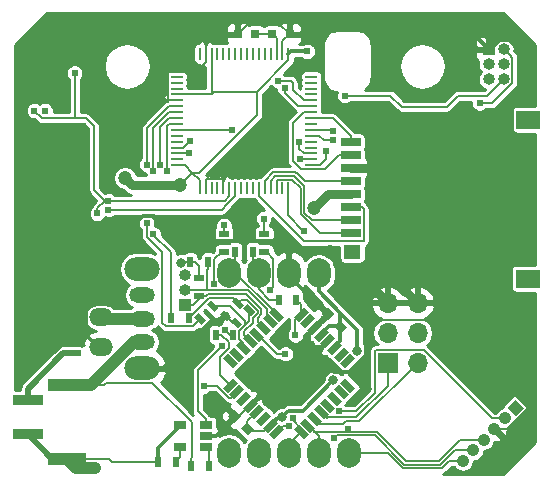
<source format=gbl>
G04 #@! TF.FileFunction,Copper,L2,Bot,Signal*
%FSLAX46Y46*%
G04 Gerber Fmt 4.6, Leading zero omitted, Abs format (unit mm)*
G04 Created by KiCad (PCBNEW 4.0.6) date 07/07/17 15:20:00*
%MOMM*%
%LPD*%
G01*
G04 APERTURE LIST*
%ADD10C,0.100000*%
%ADD11R,1.000000X0.250000*%
%ADD12R,0.250000X1.000000*%
%ADD13R,1.000000X1.000000*%
%ADD14O,1.000000X1.000000*%
%ADD15R,0.500000X0.900000*%
%ADD16R,2.500000X0.900000*%
%ADD17O,2.000000X1.500000*%
%ADD18R,1.700000X1.700000*%
%ADD19O,1.700000X1.700000*%
%ADD20C,1.000000*%
%ADD21R,3.200000X1.000000*%
%ADD22R,0.900000X0.500000*%
%ADD23R,1.060000X0.650000*%
%ADD24O,2.000000X2.500000*%
%ADD25O,3.000000X2.000000*%
%ADD26O,2.200000X1.300000*%
%ADD27R,0.800000X0.750000*%
%ADD28R,1.678940X0.800100*%
%ADD29R,2.000000X1.501140*%
%ADD30R,1.400000X1.200000*%
%ADD31R,2.000000X1.500000*%
%ADD32C,1.200000*%
%ADD33C,0.604800*%
%ADD34C,0.800000*%
%ADD35C,0.300000*%
%ADD36C,0.200000*%
%ADD37C,0.152400*%
%ADD38C,0.800000*%
%ADD39C,0.500000*%
%ADD40C,0.254000*%
G04 APERTURE END LIST*
D10*
D11*
X44196000Y-43370000D03*
X44196000Y-42870000D03*
X44196000Y-42370000D03*
X44196000Y-41870000D03*
X44196000Y-41370000D03*
X44196000Y-40870000D03*
X44196000Y-40370000D03*
X44196000Y-39870000D03*
X44196000Y-39370000D03*
X44196000Y-38870000D03*
X44196000Y-38370000D03*
X44196000Y-37870000D03*
X44196000Y-37370000D03*
X44196000Y-36870000D03*
X44196000Y-36370000D03*
X44196000Y-35870000D03*
D12*
X46146000Y-33920000D03*
X46646000Y-33920000D03*
X47146000Y-33920000D03*
X47646000Y-33920000D03*
X48146000Y-33920000D03*
X48646000Y-33920000D03*
X49146000Y-33920000D03*
X49646000Y-33920000D03*
X50146000Y-33920000D03*
X50646000Y-33920000D03*
X51146000Y-33920000D03*
X51646000Y-33920000D03*
X52146000Y-33920000D03*
X52646000Y-33920000D03*
X53146000Y-33920000D03*
X53646000Y-33920000D03*
D11*
X55596000Y-35870000D03*
X55596000Y-36370000D03*
X55596000Y-36870000D03*
X55596000Y-37370000D03*
X55596000Y-37870000D03*
X55596000Y-38370000D03*
X55596000Y-38870000D03*
X55596000Y-39370000D03*
X55596000Y-39870000D03*
X55596000Y-40370000D03*
X55596000Y-40870000D03*
X55596000Y-41370000D03*
X55596000Y-41870000D03*
X55596000Y-42370000D03*
X55596000Y-42870000D03*
X55596000Y-43370000D03*
D12*
X53646000Y-45320000D03*
X53146000Y-45320000D03*
X52646000Y-45320000D03*
X52146000Y-45320000D03*
X51646000Y-45320000D03*
X51146000Y-45320000D03*
X50646000Y-45320000D03*
X50146000Y-45320000D03*
X49646000Y-45320000D03*
X49146000Y-45320000D03*
X48646000Y-45320000D03*
X48146000Y-45320000D03*
X47646000Y-45320000D03*
X47146000Y-45320000D03*
X46646000Y-45320000D03*
X46146000Y-45320000D03*
D13*
X44900000Y-55170000D03*
D14*
X44900000Y-53900000D03*
X44900000Y-52630000D03*
D15*
X47500000Y-57700000D03*
X49000000Y-57700000D03*
D10*
G36*
X58608668Y-57028338D02*
X58078338Y-57558668D01*
X57512652Y-56992982D01*
X58042982Y-56462652D01*
X58608668Y-57028338D01*
X58608668Y-57028338D01*
G37*
G36*
X57548008Y-55967678D02*
X57017678Y-56498008D01*
X56451992Y-55932322D01*
X56982322Y-55401992D01*
X57548008Y-55967678D01*
X57548008Y-55967678D01*
G37*
G36*
X50728338Y-65698008D02*
X50198008Y-66228338D01*
X49632322Y-65662652D01*
X50162652Y-65132322D01*
X50728338Y-65698008D01*
X50728338Y-65698008D01*
G37*
G36*
X49667678Y-64637348D02*
X49137348Y-65167678D01*
X48571662Y-64601992D01*
X49101992Y-64071662D01*
X49667678Y-64637348D01*
X49667678Y-64637348D01*
G37*
D16*
X31600000Y-66150000D03*
X31600000Y-63250000D03*
D10*
G36*
X54937437Y-55328501D02*
X55361701Y-55752765D01*
X54513173Y-56601293D01*
X54088909Y-56177029D01*
X54937437Y-55328501D01*
X54937437Y-55328501D01*
G37*
G36*
X55503122Y-55894187D02*
X55927386Y-56318451D01*
X55078858Y-57166979D01*
X54654594Y-56742715D01*
X55503122Y-55894187D01*
X55503122Y-55894187D01*
G37*
G36*
X56068808Y-56459872D02*
X56493072Y-56884136D01*
X55644544Y-57732664D01*
X55220280Y-57308400D01*
X56068808Y-56459872D01*
X56068808Y-56459872D01*
G37*
G36*
X56634493Y-57025557D02*
X57058757Y-57449821D01*
X56210229Y-58298349D01*
X55785965Y-57874085D01*
X56634493Y-57025557D01*
X56634493Y-57025557D01*
G37*
G36*
X57200179Y-57591243D02*
X57624443Y-58015507D01*
X56775915Y-58864035D01*
X56351651Y-58439771D01*
X57200179Y-57591243D01*
X57200179Y-57591243D01*
G37*
G36*
X57765864Y-58156928D02*
X58190128Y-58581192D01*
X57341600Y-59429720D01*
X56917336Y-59005456D01*
X57765864Y-58156928D01*
X57765864Y-58156928D01*
G37*
G36*
X58331549Y-58722614D02*
X58755813Y-59146878D01*
X57907285Y-59995406D01*
X57483021Y-59571142D01*
X58331549Y-58722614D01*
X58331549Y-58722614D01*
G37*
G36*
X58897235Y-59288299D02*
X59321499Y-59712563D01*
X58472971Y-60561091D01*
X58048707Y-60136827D01*
X58897235Y-59288299D01*
X58897235Y-59288299D01*
G37*
G36*
X59321499Y-62187437D02*
X58897235Y-62611701D01*
X58048707Y-61763173D01*
X58472971Y-61338909D01*
X59321499Y-62187437D01*
X59321499Y-62187437D01*
G37*
G36*
X58755813Y-62753122D02*
X58331549Y-63177386D01*
X57483021Y-62328858D01*
X57907285Y-61904594D01*
X58755813Y-62753122D01*
X58755813Y-62753122D01*
G37*
G36*
X58190128Y-63318808D02*
X57765864Y-63743072D01*
X56917336Y-62894544D01*
X57341600Y-62470280D01*
X58190128Y-63318808D01*
X58190128Y-63318808D01*
G37*
G36*
X57624443Y-63884493D02*
X57200179Y-64308757D01*
X56351651Y-63460229D01*
X56775915Y-63035965D01*
X57624443Y-63884493D01*
X57624443Y-63884493D01*
G37*
G36*
X57058757Y-64450179D02*
X56634493Y-64874443D01*
X55785965Y-64025915D01*
X56210229Y-63601651D01*
X57058757Y-64450179D01*
X57058757Y-64450179D01*
G37*
G36*
X56493072Y-65015864D02*
X56068808Y-65440128D01*
X55220280Y-64591600D01*
X55644544Y-64167336D01*
X56493072Y-65015864D01*
X56493072Y-65015864D01*
G37*
G36*
X55927386Y-65581549D02*
X55503122Y-66005813D01*
X54654594Y-65157285D01*
X55078858Y-64733021D01*
X55927386Y-65581549D01*
X55927386Y-65581549D01*
G37*
G36*
X55361701Y-66147235D02*
X54937437Y-66571499D01*
X54088909Y-65722971D01*
X54513173Y-65298707D01*
X55361701Y-66147235D01*
X55361701Y-66147235D01*
G37*
G36*
X52886827Y-65298707D02*
X53311091Y-65722971D01*
X52462563Y-66571499D01*
X52038299Y-66147235D01*
X52886827Y-65298707D01*
X52886827Y-65298707D01*
G37*
G36*
X52321142Y-64733021D02*
X52745406Y-65157285D01*
X51896878Y-66005813D01*
X51472614Y-65581549D01*
X52321142Y-64733021D01*
X52321142Y-64733021D01*
G37*
G36*
X51755456Y-64167336D02*
X52179720Y-64591600D01*
X51331192Y-65440128D01*
X50906928Y-65015864D01*
X51755456Y-64167336D01*
X51755456Y-64167336D01*
G37*
G36*
X51189771Y-63601651D02*
X51614035Y-64025915D01*
X50765507Y-64874443D01*
X50341243Y-64450179D01*
X51189771Y-63601651D01*
X51189771Y-63601651D01*
G37*
G36*
X50624085Y-63035965D02*
X51048349Y-63460229D01*
X50199821Y-64308757D01*
X49775557Y-63884493D01*
X50624085Y-63035965D01*
X50624085Y-63035965D01*
G37*
G36*
X50058400Y-62470280D02*
X50482664Y-62894544D01*
X49634136Y-63743072D01*
X49209872Y-63318808D01*
X50058400Y-62470280D01*
X50058400Y-62470280D01*
G37*
G36*
X49492715Y-61904594D02*
X49916979Y-62328858D01*
X49068451Y-63177386D01*
X48644187Y-62753122D01*
X49492715Y-61904594D01*
X49492715Y-61904594D01*
G37*
G36*
X48927029Y-61338909D02*
X49351293Y-61763173D01*
X48502765Y-62611701D01*
X48078501Y-62187437D01*
X48927029Y-61338909D01*
X48927029Y-61338909D01*
G37*
G36*
X49351293Y-60136827D02*
X48927029Y-60561091D01*
X48078501Y-59712563D01*
X48502765Y-59288299D01*
X49351293Y-60136827D01*
X49351293Y-60136827D01*
G37*
G36*
X49916979Y-59571142D02*
X49492715Y-59995406D01*
X48644187Y-59146878D01*
X49068451Y-58722614D01*
X49916979Y-59571142D01*
X49916979Y-59571142D01*
G37*
G36*
X50482664Y-59005456D02*
X50058400Y-59429720D01*
X49209872Y-58581192D01*
X49634136Y-58156928D01*
X50482664Y-59005456D01*
X50482664Y-59005456D01*
G37*
G36*
X51048349Y-58439771D02*
X50624085Y-58864035D01*
X49775557Y-58015507D01*
X50199821Y-57591243D01*
X51048349Y-58439771D01*
X51048349Y-58439771D01*
G37*
G36*
X51614035Y-57874085D02*
X51189771Y-58298349D01*
X50341243Y-57449821D01*
X50765507Y-57025557D01*
X51614035Y-57874085D01*
X51614035Y-57874085D01*
G37*
G36*
X52179720Y-57308400D02*
X51755456Y-57732664D01*
X50906928Y-56884136D01*
X51331192Y-56459872D01*
X52179720Y-57308400D01*
X52179720Y-57308400D01*
G37*
G36*
X52745406Y-56742715D02*
X52321142Y-57166979D01*
X51472614Y-56318451D01*
X51896878Y-55894187D01*
X52745406Y-56742715D01*
X52745406Y-56742715D01*
G37*
G36*
X53311091Y-56177029D02*
X52886827Y-56601293D01*
X52038299Y-55752765D01*
X52462563Y-55328501D01*
X53311091Y-56177029D01*
X53311091Y-56177029D01*
G37*
D17*
X37800000Y-56250000D03*
X37800000Y-58750000D03*
D18*
X62060000Y-60100000D03*
D19*
X64600000Y-60100000D03*
X62060000Y-57560000D03*
X64600000Y-57560000D03*
X62060000Y-55020000D03*
X64600000Y-55020000D03*
D10*
G36*
X72186970Y-63905923D02*
X72894077Y-63198816D01*
X73601184Y-63905923D01*
X72894077Y-64613030D01*
X72186970Y-63905923D01*
X72186970Y-63905923D01*
G37*
D20*
X71996051Y-64803949D02*
X71996051Y-64803949D01*
X71098026Y-65701974D02*
X71098026Y-65701974D01*
X70200000Y-66600000D02*
X70200000Y-66600000D01*
X69301975Y-67498025D02*
X69301975Y-67498025D01*
X68403949Y-68396051D02*
X68403949Y-68396051D01*
D21*
X34900000Y-68200000D03*
X34900000Y-62000000D03*
D15*
X46900000Y-68800000D03*
X45400000Y-68800000D03*
X44100000Y-68450000D03*
X42600000Y-68450000D03*
D22*
X51600000Y-49175000D03*
X51600000Y-50675000D03*
X48200000Y-49175000D03*
X48200000Y-50675000D03*
D15*
X45200000Y-56300000D03*
X43700000Y-56300000D03*
D10*
G36*
X47088909Y-54799695D02*
X47725305Y-55436091D01*
X47371751Y-55789645D01*
X46735355Y-55153249D01*
X47088909Y-54799695D01*
X47088909Y-54799695D01*
G37*
G36*
X46028249Y-55860355D02*
X46664645Y-56496751D01*
X46311091Y-56850305D01*
X45674695Y-56213909D01*
X46028249Y-55860355D01*
X46028249Y-55860355D01*
G37*
G36*
X49238909Y-54524695D02*
X49875305Y-55161091D01*
X49521751Y-55514645D01*
X48885355Y-54878249D01*
X49238909Y-54524695D01*
X49238909Y-54524695D01*
G37*
G36*
X48178249Y-55585355D02*
X48814645Y-56221751D01*
X48461091Y-56575305D01*
X47824695Y-55938909D01*
X48178249Y-55585355D01*
X48178249Y-55585355D01*
G37*
G36*
X50188909Y-55124695D02*
X50825305Y-55761091D01*
X50471751Y-56114645D01*
X49835355Y-55478249D01*
X50188909Y-55124695D01*
X50188909Y-55124695D01*
G37*
G36*
X49128249Y-56185355D02*
X49764645Y-56821751D01*
X49411091Y-57175305D01*
X48774695Y-56538909D01*
X49128249Y-56185355D01*
X49128249Y-56185355D01*
G37*
D22*
X46075000Y-52900000D03*
X46075000Y-54400000D03*
D15*
X50650000Y-50675000D03*
X49150000Y-50675000D03*
X45350000Y-51550000D03*
X46850000Y-51550000D03*
X52825000Y-54750000D03*
X54325000Y-54750000D03*
D23*
X46650000Y-65350000D03*
X46650000Y-66300000D03*
X46650000Y-67250000D03*
X44450000Y-67250000D03*
X44450000Y-65350000D03*
D24*
X56240000Y-52480000D03*
X53700000Y-52480000D03*
X51160000Y-52480000D03*
X48620000Y-52480000D03*
X48620000Y-67720000D03*
X51160000Y-67720000D03*
X53700000Y-67720000D03*
X56240000Y-67720000D03*
X58780000Y-67720000D03*
D25*
X41250000Y-60550000D03*
X41250000Y-52150000D03*
D26*
X41250000Y-58350000D03*
X41250000Y-56350000D03*
X41250000Y-54350000D03*
D27*
X50863500Y-32258000D03*
X49363500Y-32258000D03*
D28*
X58910220Y-41427400D03*
X58910220Y-42527220D03*
X58910220Y-43627040D03*
X58910220Y-44726860D03*
X58910220Y-45829220D03*
X58910220Y-46929040D03*
X58910220Y-48028860D03*
X58910220Y-49128680D03*
D29*
X73977500Y-39497000D03*
D30*
X59055000Y-50673000D03*
D31*
X73914000Y-52959000D03*
D13*
X70612000Y-33528000D03*
D14*
X71882000Y-33528000D03*
X70612000Y-34798000D03*
X71882000Y-34798000D03*
X70612000Y-36068000D03*
X71882000Y-36068000D03*
D27*
X52284500Y-32258000D03*
X53784500Y-32258000D03*
D32*
X57178507Y-50750097D03*
D33*
X50419000Y-42799000D03*
X37961000Y-41021000D03*
X54673500Y-42862500D03*
X36497590Y-52523302D03*
X34544000Y-33528000D03*
X31178500Y-33528000D03*
D32*
X35496500Y-49276000D03*
D33*
X36449000Y-41021000D03*
D34*
X47739999Y-56602457D03*
X60329926Y-62315702D03*
X51805403Y-63436069D03*
X44581566Y-51626931D03*
X57465720Y-61564934D03*
X53150000Y-64650000D03*
X59500000Y-59077402D03*
D33*
X35800000Y-59300000D03*
X55245000Y-33718500D03*
X56795033Y-42178995D03*
D32*
X55816500Y-46990000D03*
X44487001Y-45049999D03*
X39814500Y-44450000D03*
D34*
X37300000Y-69000000D03*
D33*
X54237652Y-57737652D03*
X58683576Y-65663062D03*
X57500000Y-66467590D03*
X53999574Y-64744397D03*
X53720516Y-65456253D03*
X46518990Y-62050000D03*
X53394631Y-59331624D03*
X57966334Y-64184423D03*
X52100000Y-53925000D03*
X47343362Y-53427601D03*
X48300709Y-57299185D03*
X48022580Y-58694220D03*
X69850000Y-38100000D03*
X54546500Y-41402000D03*
X54991000Y-48895000D03*
X57403242Y-40490347D03*
X58420000Y-37465000D03*
X48895000Y-40386000D03*
X57428597Y-41247135D03*
X43371014Y-43813164D03*
X51562000Y-47879000D03*
X42799000Y-43307000D03*
X48196500Y-48450500D03*
X42227500Y-43878500D03*
X42227500Y-49212500D03*
X41656000Y-43307000D03*
X41656000Y-48260000D03*
X32131000Y-38735000D03*
X35560000Y-35560000D03*
X38417500Y-46355000D03*
X38417500Y-46355000D03*
X37465000Y-47434500D03*
X33055000Y-38735000D03*
X38417500Y-47117000D03*
X53340000Y-36830000D03*
X52768500Y-36195000D03*
X45275500Y-42354500D03*
X45339000Y-41275000D03*
D20*
X41158115Y-52150000D02*
X41250000Y-52150000D01*
D35*
X54387500Y-32258000D02*
X53784500Y-32258000D01*
D36*
X50265901Y-31380599D02*
X52882099Y-31380599D01*
X52882099Y-31380599D02*
X53759500Y-32258000D01*
X53759500Y-32258000D02*
X53784500Y-32258000D01*
D37*
X53146000Y-33920000D02*
X53146000Y-32871500D01*
X53146000Y-32871500D02*
X53759500Y-32258000D01*
D36*
X43443599Y-35543079D02*
X43443599Y-37817599D01*
X43443599Y-37817599D02*
X43496000Y-37870000D01*
X43494079Y-35492599D02*
X43443599Y-35543079D01*
X49269670Y-56680330D02*
X48919670Y-56680330D01*
X48919670Y-56680330D02*
X48319670Y-56080330D01*
D38*
X57178507Y-50750097D02*
X57792410Y-51364000D01*
X57792410Y-51364000D02*
X57792410Y-51704732D01*
X57792410Y-51704732D02*
X60257679Y-54170001D01*
X60257679Y-54170001D02*
X61210001Y-54170001D01*
X61210001Y-54170001D02*
X62060000Y-55020000D01*
X63300000Y-46377350D02*
X63300000Y-53720000D01*
X63300000Y-53720000D02*
X64600000Y-55020000D01*
X63300000Y-46377350D02*
X64239650Y-46377350D01*
X64239650Y-46377350D02*
X73723500Y-36893500D01*
X73723500Y-36893500D02*
X73723500Y-33811946D01*
X73723500Y-33811946D02*
X72387153Y-32475599D01*
X72387153Y-32475599D02*
X71376847Y-32475599D01*
X71376847Y-32475599D02*
X70612000Y-33240446D01*
X70612000Y-33240446D02*
X70612000Y-33528000D01*
X58910220Y-43627040D02*
X60549690Y-43627040D01*
X60549690Y-43627040D02*
X63300000Y-46377350D01*
D35*
X68453000Y-31369000D02*
X70612000Y-33528000D01*
X56076500Y-31369000D02*
X68453000Y-31369000D01*
X54387500Y-32258000D02*
X55187500Y-32258000D01*
X55187500Y-32258000D02*
X56076500Y-31369000D01*
D36*
X48146000Y-44620000D02*
X49967000Y-42799000D01*
X49967000Y-42799000D02*
X50419000Y-42799000D01*
X48146000Y-45320000D02*
X48146000Y-44620000D01*
X48146000Y-44620000D02*
X48093599Y-44567599D01*
X48093599Y-44567599D02*
X46698401Y-44567599D01*
X46698401Y-44567599D02*
X46646000Y-44620000D01*
X46646000Y-44620000D02*
X46646000Y-45320000D01*
X42457500Y-37870000D02*
X39306500Y-41021000D01*
X39306500Y-41021000D02*
X37961000Y-41021000D01*
X43496000Y-37870000D02*
X42457500Y-37870000D01*
X55596000Y-42870000D02*
X54681000Y-42870000D01*
X54681000Y-42870000D02*
X54673500Y-42862500D01*
X49388500Y-32258000D02*
X49363500Y-32258000D01*
X50265901Y-31380599D02*
X49388500Y-32258000D01*
X46646000Y-33920000D02*
X46646000Y-34620000D01*
X46646000Y-34620000D02*
X45773401Y-35492599D01*
X45773401Y-35492599D02*
X43494079Y-35492599D01*
X43496000Y-37870000D02*
X44196000Y-37870000D01*
X49363500Y-32258000D02*
X47608000Y-32258000D01*
X47608000Y-32258000D02*
X46646000Y-33220000D01*
X46646000Y-33220000D02*
X46646000Y-33920000D01*
D38*
X35496500Y-49276000D02*
X36096499Y-49875999D01*
X36096499Y-49875999D02*
X36096499Y-52122211D01*
X36096499Y-52122211D02*
X36497590Y-52523302D01*
D36*
X31178500Y-39306500D02*
X31178500Y-33528000D01*
X32893000Y-41021000D02*
X31178500Y-39306500D01*
X36449000Y-41021000D02*
X32893000Y-41021000D01*
D37*
X36449000Y-41021000D02*
X36449000Y-48323500D01*
X36449000Y-48323500D02*
X35496500Y-49276000D01*
D35*
X37550000Y-58750000D02*
X37800000Y-58750000D01*
X36497590Y-52523302D02*
X36497590Y-57697590D01*
X41365694Y-47655198D02*
X36497590Y-52523302D01*
X44373220Y-49743284D02*
X42285134Y-47655198D01*
X52513284Y-49743284D02*
X44373220Y-49743284D01*
X53700000Y-50930000D02*
X52513284Y-49743284D01*
X53700000Y-52480000D02*
X53700000Y-50930000D01*
X42285134Y-47655198D02*
X41365694Y-47655198D01*
X36497590Y-57697590D02*
X37550000Y-58750000D01*
D39*
X37600000Y-58750000D02*
X37600000Y-58379753D01*
D35*
X48319670Y-56080330D02*
X48262126Y-56080330D01*
X48262126Y-56080330D02*
X47739999Y-56602457D01*
D39*
X37600000Y-58750000D02*
X37400000Y-58750000D01*
D35*
X53700000Y-52230000D02*
X53700000Y-52480000D01*
X43050000Y-60550000D02*
X46997543Y-56602457D01*
X41250000Y-60550000D02*
X43050000Y-60550000D01*
X46997543Y-56602457D02*
X47174314Y-56602457D01*
X47174314Y-56602457D02*
X47739999Y-56602457D01*
X57502591Y-60863501D02*
X58700000Y-60863501D01*
D36*
X72162096Y-65701974D02*
X73853594Y-64010476D01*
D35*
X58700000Y-60863501D02*
X58877725Y-60863501D01*
D36*
X71098026Y-65701974D02*
X72162096Y-65701974D01*
X60152401Y-57836045D02*
X60152401Y-59411100D01*
X73853594Y-64010476D02*
X73853594Y-63801370D01*
X73853594Y-63801370D02*
X66509823Y-56457599D01*
X66509823Y-56457599D02*
X61530847Y-56457599D01*
X60152401Y-59411100D02*
X58700000Y-60863501D01*
X61530847Y-56457599D02*
X60152401Y-57836045D01*
D35*
X58877725Y-60863501D02*
X60329926Y-62315702D01*
X53700000Y-52480000D02*
X53700000Y-52730000D01*
X53700000Y-52730000D02*
X56920000Y-55950000D01*
X56920000Y-55950000D02*
X57000000Y-55950000D01*
X51284314Y-62800000D02*
X50411953Y-63672361D01*
X51805403Y-63436069D02*
X51405404Y-63036070D01*
X51405404Y-63036070D02*
X51048244Y-63036070D01*
X51048244Y-63036070D02*
X50906927Y-63177387D01*
X50906927Y-63177387D02*
X50411953Y-63672361D01*
X46650000Y-66300000D02*
X47480000Y-66300000D01*
X47480000Y-66300000D02*
X49119670Y-64660330D01*
X49119670Y-64660330D02*
X49119670Y-64619670D01*
X55361702Y-58722612D02*
X51284314Y-62800000D01*
X57502591Y-60863501D02*
X55361702Y-58722612D01*
X55856676Y-57096268D02*
X55856676Y-57093324D01*
X55856676Y-57093324D02*
X57000000Y-55950000D01*
X56988047Y-58227639D02*
X56493073Y-58722613D01*
X56493073Y-58722613D02*
X55361702Y-58722612D01*
X55361702Y-58722612D02*
X55361702Y-57591242D01*
X55361702Y-57591242D02*
X55856676Y-57096268D01*
D37*
X50411953Y-63672361D02*
X49464644Y-64619670D01*
X49464644Y-64619670D02*
X49119670Y-64619670D01*
X52825000Y-54750000D02*
X52027600Y-54750000D01*
X52027600Y-54750000D02*
X51160000Y-53882400D01*
X51160000Y-53882400D02*
X51160000Y-52480000D01*
X45350000Y-51550000D02*
X44658497Y-51550000D01*
X44658497Y-51550000D02*
X44581566Y-51626931D01*
X46075000Y-52900000D02*
X46075000Y-51872600D01*
X46075000Y-51872600D02*
X45752400Y-51550000D01*
X45752400Y-51550000D02*
X45350000Y-51550000D01*
X50650000Y-50675000D02*
X50650000Y-51970000D01*
X50650000Y-51970000D02*
X51160000Y-52480000D01*
D35*
X59500000Y-59077402D02*
X59500000Y-57290000D01*
X59500000Y-57290000D02*
X58060660Y-55850660D01*
X56240000Y-52480000D02*
X56240000Y-54030000D01*
X56240000Y-54030000D02*
X58060660Y-55850660D01*
X58060660Y-55850660D02*
X58060660Y-56380330D01*
X58060660Y-56380330D02*
X58060660Y-57010660D01*
X56240000Y-52480000D02*
X56240000Y-52730000D01*
X57465720Y-61564934D02*
X54891058Y-64139596D01*
X54891058Y-64139596D02*
X53660404Y-64139596D01*
X53660404Y-64139596D02*
X53549999Y-64250001D01*
X53549999Y-64250001D02*
X53150000Y-64650000D01*
X53150000Y-64650000D02*
X52828427Y-64650000D01*
X52828427Y-64650000D02*
X52109010Y-65369417D01*
X57553732Y-58793324D02*
X58060660Y-58286396D01*
X58060660Y-58286396D02*
X58060660Y-57010660D01*
X56422361Y-57661953D02*
X57073654Y-57010660D01*
X57073654Y-57010660D02*
X58060660Y-57010660D01*
D37*
X52109010Y-65369417D02*
X51614036Y-65864391D01*
X51614036Y-65864391D02*
X50364391Y-65864391D01*
X50364391Y-65864391D02*
X50180330Y-65680330D01*
X50977639Y-64238047D02*
X50180330Y-65035356D01*
X50180330Y-65035356D02*
X50180330Y-65680330D01*
D39*
X31600000Y-63250000D02*
X31600000Y-62300000D01*
X31600000Y-62300000D02*
X34600000Y-59300000D01*
X34600000Y-59300000D02*
X35800000Y-59300000D01*
D35*
X55245000Y-33718500D02*
X53847500Y-33718500D01*
X53847500Y-33718500D02*
X53646000Y-33920000D01*
D36*
X50978194Y-39123914D02*
X46096608Y-44005500D01*
X50978194Y-37164198D02*
X50978194Y-39123914D01*
X46096608Y-44005500D02*
X45531500Y-44005500D01*
X47322802Y-37164198D02*
X47117000Y-37370000D01*
X50978194Y-37164198D02*
X47322802Y-37164198D01*
X53646000Y-33920000D02*
X53646000Y-34496392D01*
X53646000Y-34496392D02*
X50978194Y-37164198D01*
X56795033Y-42606653D02*
X56795033Y-42178995D01*
X56795033Y-42870967D02*
X56795033Y-42606653D01*
X56296000Y-43370000D02*
X56795033Y-42870967D01*
X55596000Y-43370000D02*
X56296000Y-43370000D01*
X44487001Y-45049999D02*
X45087000Y-44450000D01*
X45087000Y-44450000D02*
X45531500Y-44005500D01*
X47117000Y-37370000D02*
X44896000Y-37370000D01*
X47146000Y-33920000D02*
X47146000Y-37341000D01*
X47146000Y-37341000D02*
X47117000Y-37370000D01*
X44896000Y-37370000D02*
X44196000Y-37370000D01*
D38*
X58910220Y-45829220D02*
X56977280Y-45829220D01*
X56977280Y-45829220D02*
X55816500Y-46990000D01*
X40414499Y-45049999D02*
X44487001Y-45049999D01*
X39814500Y-44450000D02*
X40414499Y-45049999D01*
D36*
X44896000Y-43370000D02*
X45531500Y-44005500D01*
X45531500Y-44005500D02*
X46146000Y-44620000D01*
X44196000Y-43370000D02*
X44896000Y-43370000D01*
X46146000Y-44620000D02*
X46146000Y-45320000D01*
D39*
X34900000Y-68200000D02*
X33650000Y-68200000D01*
X33650000Y-68200000D02*
X31600000Y-66150000D01*
D36*
X38750000Y-68450000D02*
X38500000Y-68200000D01*
X38500000Y-68200000D02*
X34900000Y-68200000D01*
X42600000Y-68450000D02*
X38750000Y-68450000D01*
D20*
X37300000Y-69000000D02*
X35700000Y-69000000D01*
X35700000Y-69000000D02*
X34900000Y-68200000D01*
D35*
X42600000Y-68450000D02*
X42600000Y-67300000D01*
X42600000Y-67300000D02*
X44450000Y-65450000D01*
X44450000Y-65450000D02*
X44450000Y-65350000D01*
D37*
X54725305Y-55964897D02*
X54725305Y-55150305D01*
X54725305Y-55150305D02*
X54325000Y-54750000D01*
X54725305Y-55964897D02*
X54230331Y-56459871D01*
X54230331Y-56459871D02*
X54230331Y-57730331D01*
X54230331Y-57730331D02*
X54237652Y-57737652D01*
X62060000Y-60100000D02*
X62060000Y-62040000D01*
X62060000Y-62040000D02*
X59384576Y-64715424D01*
X59384576Y-64715424D02*
X56934932Y-64715424D01*
X56934932Y-64715424D02*
X56917335Y-64733021D01*
X56917335Y-64733021D02*
X56422361Y-64238047D01*
X64600000Y-60100000D02*
X59662169Y-65037831D01*
X59662169Y-65037831D02*
X58522925Y-65037831D01*
X58522925Y-65037831D02*
X58262050Y-65298706D01*
X58262050Y-65298706D02*
X56351650Y-65298706D01*
X56351650Y-65298706D02*
X55856676Y-64803732D01*
X58600000Y-65936580D02*
X55858153Y-65936580D01*
X61136580Y-65936580D02*
X58600000Y-65936580D01*
X58600000Y-65936580D02*
X58600000Y-65746638D01*
X58600000Y-65746638D02*
X58683576Y-65663062D01*
X63600000Y-68400000D02*
X61136580Y-65936580D01*
X55858153Y-65936580D02*
X55785964Y-65864391D01*
X55785964Y-65864391D02*
X55290990Y-65369417D01*
X66400000Y-68400000D02*
X63600000Y-68400000D01*
X68200000Y-66600000D02*
X66400000Y-68400000D01*
X70200000Y-66600000D02*
X68200000Y-66600000D01*
X56240000Y-67720000D02*
X56240000Y-66317600D01*
X56240000Y-66317600D02*
X55291817Y-65369417D01*
X55291817Y-65369417D02*
X55290990Y-65369417D01*
X58028987Y-66241390D02*
X57726200Y-66241390D01*
X61010324Y-66241390D02*
X58028987Y-66241390D01*
X63473743Y-68704809D02*
X61010324Y-66241390D01*
X67733041Y-67498025D02*
X66526256Y-68704810D01*
X66526256Y-68704810D02*
X63473743Y-68704809D01*
X67733041Y-67498025D02*
X69301975Y-67498025D01*
X57726200Y-66241390D02*
X57500000Y-66467590D01*
X53999574Y-64744397D02*
X53999574Y-64949429D01*
X53999574Y-64949429D02*
X54725305Y-65675160D01*
X54725305Y-65675160D02*
X54725305Y-65935103D01*
X54725305Y-65935103D02*
X53700000Y-66960408D01*
X53700000Y-66960408D02*
X53700000Y-67720000D01*
X63347486Y-69009618D02*
X62057868Y-67720000D01*
X62057868Y-67720000D02*
X58780000Y-67720000D01*
X68403949Y-68396051D02*
X67266081Y-68396051D01*
X67266081Y-68396051D02*
X66652511Y-69009619D01*
X66652511Y-69009619D02*
X63347486Y-69009618D01*
X53720516Y-65456253D02*
X53153545Y-65456253D01*
X53153545Y-65456253D02*
X52674695Y-65935103D01*
X48408071Y-62840311D02*
X47617760Y-62050000D01*
X47617760Y-62050000D02*
X46518990Y-62050000D01*
X49280583Y-62540990D02*
X48785609Y-63035964D01*
X48785609Y-63035964D02*
X48603724Y-63035964D01*
X48603724Y-63035964D02*
X48408071Y-62840311D01*
X49280583Y-62721405D02*
X49280583Y-62540990D01*
X48714897Y-61975305D02*
X47849891Y-61110299D01*
X47849891Y-61110299D02*
X47849891Y-59617869D01*
X48600000Y-58867760D02*
X48600000Y-58347600D01*
X47849891Y-59617869D02*
X48600000Y-58867760D01*
X48600000Y-58347600D02*
X47952400Y-57700000D01*
X47952400Y-57700000D02*
X47500000Y-57700000D01*
X48714897Y-61975305D02*
X48625305Y-61975305D01*
X53394631Y-59331624D02*
X52647310Y-59331624D01*
X52647310Y-59331624D02*
X50977639Y-57661953D01*
X60958527Y-62617431D02*
X59391535Y-64184423D01*
X59391535Y-64184423D02*
X57966334Y-64184423D01*
X71996051Y-64803949D02*
X70900279Y-64803949D01*
X65117729Y-59021399D02*
X61027119Y-59021399D01*
X70900279Y-64803949D02*
X65117729Y-59021399D01*
X61027119Y-59021399D02*
X60958527Y-59089991D01*
X60958527Y-59089991D02*
X60958527Y-62617431D01*
X46075000Y-54400000D02*
X46684232Y-54400000D01*
X46684232Y-54400000D02*
X46820812Y-54263420D01*
X46820812Y-54263420D02*
X50082004Y-54263420D01*
X44900000Y-55170000D02*
X45552400Y-55170000D01*
X45552400Y-55170000D02*
X46075000Y-54647400D01*
X46075000Y-54647400D02*
X46075000Y-54400000D01*
X51543324Y-57096268D02*
X51048350Y-56601294D01*
X51048350Y-56601294D02*
X51048350Y-56292418D01*
X51048350Y-56292418D02*
X51358725Y-55982043D01*
X51358725Y-55982043D02*
X51358724Y-55540140D01*
X51358724Y-55540140D02*
X50082004Y-54263420D01*
X47029879Y-53900000D02*
X46800000Y-53900000D01*
X46800000Y-53900000D02*
X45607106Y-53900000D01*
X46850000Y-51550000D02*
X46850000Y-52152400D01*
X46850000Y-52152400D02*
X46800000Y-52202400D01*
X46800000Y-52202400D02*
X46800000Y-53900000D01*
X45607106Y-53900000D02*
X44900000Y-53900000D01*
X50208261Y-53958611D02*
X47088490Y-53958611D01*
X47088490Y-53958611D02*
X47029879Y-53900000D01*
X50208261Y-53958611D02*
X51809689Y-55560039D01*
X51809689Y-55560039D02*
X51809689Y-56231262D01*
X51809689Y-56231262D02*
X52109010Y-56530583D01*
X49150000Y-50675000D02*
X49150000Y-51950000D01*
X49150000Y-51950000D02*
X48620000Y-52480000D01*
X52674695Y-55964897D02*
X52179721Y-55469923D01*
X52179721Y-55469923D02*
X52150637Y-55469923D01*
X52150637Y-55469923D02*
X49160714Y-52480000D01*
X49160714Y-52480000D02*
X48620000Y-52480000D01*
X48620000Y-52480000D02*
X49172484Y-52480000D01*
D35*
X48620000Y-52730000D02*
X48620000Y-52480000D01*
D20*
X41250000Y-56350000D02*
X37900000Y-56350000D01*
X37900000Y-56350000D02*
X37800000Y-56250000D01*
D37*
X38000000Y-62000000D02*
X38221390Y-61778610D01*
X38221390Y-61778610D02*
X42145092Y-61778610D01*
X34900000Y-62000000D02*
X38000000Y-62000000D01*
X45500000Y-68097600D02*
X45500000Y-65133518D01*
X45500000Y-65133518D02*
X42145092Y-61778610D01*
X45400000Y-68800000D02*
X45400000Y-68197600D01*
X45400000Y-68197600D02*
X45500000Y-68097600D01*
D20*
X34900000Y-62000000D02*
X36963140Y-62000000D01*
X36963140Y-62000000D02*
X40613140Y-58350000D01*
X40613140Y-58350000D02*
X41250000Y-58350000D01*
D37*
X46900000Y-68800000D02*
X46900000Y-67500000D01*
X46900000Y-67500000D02*
X46650000Y-67250000D01*
X44450000Y-67250000D02*
X44450000Y-68100000D01*
X44450000Y-68100000D02*
X44100000Y-68450000D01*
X47230330Y-55294670D02*
X48719670Y-55294670D01*
X49505787Y-57403915D02*
X49925000Y-56984702D01*
X49925000Y-56984702D02*
X50330330Y-56579372D01*
X48719670Y-55294670D02*
X49993255Y-56568255D01*
X49993255Y-56568255D02*
X49993255Y-56916447D01*
X49993255Y-56916447D02*
X49925000Y-56984702D01*
X49846268Y-58793324D02*
X49846268Y-58409522D01*
X49846268Y-58409522D02*
X49505787Y-58069041D01*
X49505787Y-58069041D02*
X49505787Y-57403915D01*
X50330330Y-56073224D02*
X50330330Y-55619670D01*
X50330330Y-56579372D02*
X50330330Y-56073224D01*
X48928890Y-54568230D02*
X46947068Y-54568230D01*
X46947068Y-54568230D02*
X45215298Y-56300000D01*
X45215298Y-56300000D02*
X45200000Y-56300000D01*
X49380330Y-55019670D02*
X48928890Y-54568230D01*
X51053915Y-55666397D02*
X50159701Y-54772183D01*
X50159701Y-54772183D02*
X49627817Y-54772183D01*
X49627817Y-54772183D02*
X49380330Y-55019670D01*
X50635140Y-56274562D02*
X51053915Y-55855787D01*
X51053915Y-55855787D02*
X51053915Y-55666397D01*
X50635140Y-56705628D02*
X50635140Y-56274562D01*
X49916979Y-57423789D02*
X50635140Y-56705628D01*
X50411953Y-58227639D02*
X49916979Y-57732665D01*
X49916979Y-57732665D02*
X49916979Y-57423789D01*
X51600000Y-50675000D02*
X51800000Y-50675000D01*
X51800000Y-50675000D02*
X52388610Y-51263610D01*
X52388610Y-51263610D02*
X52388610Y-53636390D01*
X52388610Y-53636390D02*
X52100000Y-53925000D01*
X48200000Y-50675000D02*
X48000000Y-50675000D01*
X48000000Y-50675000D02*
X47343359Y-51331641D01*
X47343359Y-51331641D02*
X47343359Y-53427598D01*
X47343359Y-53427598D02*
X47343362Y-53427601D01*
X48650000Y-57648476D02*
X48300709Y-57299185D01*
X49000000Y-57700000D02*
X48701524Y-57700000D01*
X48701524Y-57700000D02*
X48650000Y-57648476D01*
X48022580Y-58694220D02*
X45987989Y-60728811D01*
X45987989Y-60728811D02*
X45987989Y-64210589D01*
X45987989Y-64210589D02*
X46650000Y-64872600D01*
X46650000Y-64872600D02*
X46650000Y-65350000D01*
X52646000Y-33920000D02*
X52646000Y-32619500D01*
X52646000Y-32619500D02*
X52284500Y-32258000D01*
D36*
X52387500Y-32258000D02*
X50863500Y-32258000D01*
D37*
X69850000Y-38100000D02*
X70928330Y-38100000D01*
X70928330Y-38100000D02*
X72610601Y-36417729D01*
X72610601Y-36417729D02*
X72610601Y-34256601D01*
X72610601Y-34256601D02*
X72381999Y-34027999D01*
X72381999Y-34027999D02*
X71882000Y-33528000D01*
X54546500Y-41972900D02*
X54546500Y-41402000D01*
X55596000Y-42370000D02*
X54943600Y-42370000D01*
X54943600Y-42370000D02*
X54546500Y-41972900D01*
X53646000Y-47613500D02*
X54927500Y-48895000D01*
X54927500Y-48895000D02*
X54991000Y-48895000D01*
X53646000Y-45320000D02*
X53646000Y-47613500D01*
X55596000Y-40370000D02*
X57282895Y-40370000D01*
X57282895Y-40370000D02*
X57403242Y-40490347D01*
X67056000Y-38417500D02*
X68008500Y-37465000D01*
X68008500Y-37465000D02*
X70485000Y-37465000D01*
X63246000Y-38417500D02*
X67056000Y-38417500D01*
X62293500Y-37465000D02*
X63246000Y-38417500D01*
X58420000Y-37465000D02*
X62293500Y-37465000D01*
X70485000Y-37465000D02*
X71882000Y-36068000D01*
X44196000Y-40370000D02*
X48879000Y-40370000D01*
X48879000Y-40370000D02*
X48895000Y-40386000D01*
X56248400Y-40870000D02*
X56625535Y-41247135D01*
X55596000Y-40870000D02*
X56248400Y-40870000D01*
X56625535Y-41247135D02*
X57428597Y-41247135D01*
X43371014Y-43813164D02*
X43371014Y-40043614D01*
X43371014Y-40043614D02*
X43370500Y-40043100D01*
X43543600Y-39870000D02*
X43370500Y-40043100D01*
X44196000Y-39870000D02*
X43543600Y-39870000D01*
X51562000Y-47879000D02*
X51562000Y-49137000D01*
X51562000Y-49137000D02*
X51600000Y-49175000D01*
X42799000Y-40114600D02*
X42799000Y-43307000D01*
X48200000Y-49175000D02*
X48200000Y-48454000D01*
X48200000Y-48454000D02*
X48196500Y-48450500D01*
X42799000Y-40114600D02*
X43543600Y-39370000D01*
X43543600Y-39370000D02*
X44196000Y-39370000D01*
X42227500Y-43878500D02*
X42227500Y-40195500D01*
X43700000Y-50748500D02*
X42227500Y-49276000D01*
X42227500Y-49276000D02*
X42227500Y-49212500D01*
X43700000Y-56300000D02*
X43700000Y-50748500D01*
X42291000Y-40132000D02*
X42227500Y-40195500D01*
X42291000Y-40122600D02*
X42291000Y-40132000D01*
X44196000Y-38870000D02*
X43543600Y-38870000D01*
X43543600Y-38870000D02*
X42291000Y-40122600D01*
X41656000Y-40259000D02*
X41656000Y-43307000D01*
X42978610Y-50749494D02*
X41656000Y-49426884D01*
X41656000Y-49426884D02*
X41656000Y-48687658D01*
X42978610Y-56690092D02*
X42978610Y-50749494D01*
X41656000Y-48687658D02*
X41656000Y-48260000D01*
X43267119Y-56978601D02*
X42978610Y-56690092D01*
X45546399Y-56978601D02*
X43267119Y-56978601D01*
X46169670Y-56355330D02*
X45546399Y-56978601D01*
X41719500Y-40195500D02*
X41656000Y-40259000D01*
X41719500Y-40194100D02*
X41719500Y-40195500D01*
X44196000Y-38370000D02*
X43543600Y-38370000D01*
X43543600Y-38370000D02*
X41719500Y-40194100D01*
X37211000Y-40068500D02*
X37211000Y-45466000D01*
X37211000Y-45466000D02*
X38100000Y-46355000D01*
X36512500Y-39370000D02*
X37211000Y-40068500D01*
X35560000Y-39370000D02*
X36512500Y-39370000D01*
X35560000Y-39370000D02*
X32766000Y-39370000D01*
X32766000Y-39370000D02*
X32131000Y-38735000D01*
X35560000Y-35560000D02*
X35560000Y-39370000D01*
X43180000Y-46355000D02*
X38417500Y-46355000D01*
X37465000Y-46990000D02*
X38100000Y-46355000D01*
X38100000Y-46355000D02*
X38417500Y-46355000D01*
X37465000Y-47434500D02*
X37465000Y-46990000D01*
X48263400Y-46355000D02*
X43180000Y-46355000D01*
X48646000Y-45320000D02*
X48646000Y-45972400D01*
X48646000Y-45972400D02*
X48263400Y-46355000D01*
X48445900Y-46677100D02*
X48006000Y-47117000D01*
X48006000Y-47117000D02*
X38417500Y-47117000D01*
X48445900Y-46672500D02*
X48445900Y-46677100D01*
X49146000Y-45320000D02*
X49146000Y-45972400D01*
X49146000Y-45972400D02*
X48445900Y-46672500D01*
X53340000Y-36830000D02*
X53340000Y-37257658D01*
X53340000Y-37257658D02*
X54452342Y-38370000D01*
X54452342Y-38370000D02*
X54943600Y-38370000D01*
X54943600Y-38370000D02*
X55596000Y-38370000D01*
X54038500Y-36385500D02*
X53848000Y-36195000D01*
X53848000Y-36195000D02*
X52768500Y-36195000D01*
X54038500Y-36964900D02*
X54038500Y-36385500D01*
X55596000Y-37870000D02*
X54943600Y-37870000D01*
X54943600Y-37870000D02*
X54038500Y-36964900D01*
X54943600Y-38870000D02*
X55596000Y-38870000D01*
X54015498Y-42990382D02*
X54015498Y-39798102D01*
X56721969Y-43723601D02*
X54748717Y-43723601D01*
X58910220Y-42527220D02*
X57918350Y-42527220D01*
X57918350Y-42527220D02*
X56721969Y-43723601D01*
X54015498Y-39798102D02*
X54943600Y-38870000D01*
X54748717Y-43723601D02*
X54015498Y-42990382D01*
X58910220Y-41427400D02*
X58910220Y-40874950D01*
X58910220Y-40874950D02*
X57405270Y-39370000D01*
X57405270Y-39370000D02*
X56248400Y-39370000D01*
X56248400Y-39370000D02*
X55596000Y-39370000D01*
X54683087Y-47513986D02*
X56297781Y-49128680D01*
X56297781Y-49128680D02*
X57918350Y-49128680D01*
X54683087Y-45320605D02*
X54683087Y-47513986D01*
X53953881Y-44591399D02*
X54683087Y-45320605D01*
X52646000Y-44667600D02*
X52722201Y-44591399D01*
X52646000Y-45320000D02*
X52646000Y-44667600D01*
X52722201Y-44591399D02*
X53953881Y-44591399D01*
X57918350Y-49128680D02*
X58910220Y-49128680D01*
X57918350Y-48028860D02*
X58910220Y-48028860D01*
X52146000Y-45320000D02*
X52146000Y-44667600D01*
X54987898Y-47387730D02*
X55629028Y-48028860D01*
X54987898Y-45098408D02*
X54987898Y-47387730D01*
X54148990Y-44259500D02*
X54987898Y-45098408D01*
X55629028Y-48028860D02*
X57918350Y-48028860D01*
X52554100Y-44259500D02*
X54148990Y-44259500D01*
X52146000Y-44667600D02*
X52554100Y-44259500D01*
X58910220Y-44726860D02*
X55077360Y-44726860D01*
X51646000Y-44667600D02*
X51646000Y-45320000D01*
X55077360Y-44726860D02*
X54356000Y-44005500D01*
X54356000Y-44005500D02*
X54326056Y-44005500D01*
X54326056Y-44005500D02*
X54275246Y-43954690D01*
X54275246Y-43954690D02*
X52358910Y-43954690D01*
X52358910Y-43954690D02*
X51646000Y-44667600D01*
X58910220Y-46929040D02*
X59902090Y-46929040D01*
X59902090Y-46929040D02*
X60026551Y-47053501D01*
X60026551Y-47053501D02*
X60026551Y-49750219D01*
X54979191Y-49805591D02*
X51146000Y-45972400D01*
X60026551Y-49750219D02*
X59971179Y-49805591D01*
X59971179Y-49805591D02*
X54979191Y-49805591D01*
X51146000Y-45972400D02*
X51146000Y-45320000D01*
X45275500Y-42354500D02*
X44211500Y-42354500D01*
X44211500Y-42354500D02*
X44196000Y-42370000D01*
X45339000Y-41275000D02*
X44744000Y-41870000D01*
X44744000Y-41870000D02*
X44196000Y-41870000D01*
D40*
G36*
X74498000Y-33207935D02*
X74498000Y-38311065D01*
X72977500Y-38311065D01*
X72819263Y-38340839D01*
X72673933Y-38434357D01*
X72576436Y-38577049D01*
X72542135Y-38746430D01*
X72542135Y-40247570D01*
X72571909Y-40405807D01*
X72665427Y-40551137D01*
X72808119Y-40648634D01*
X72977500Y-40682935D01*
X74498000Y-40682935D01*
X74498000Y-51773635D01*
X72914000Y-51773635D01*
X72755763Y-51803409D01*
X72610433Y-51896927D01*
X72512936Y-52039619D01*
X72478635Y-52209000D01*
X72478635Y-53709000D01*
X72508409Y-53867237D01*
X72601927Y-54012567D01*
X72744619Y-54110064D01*
X72914000Y-54144365D01*
X74498000Y-54144365D01*
X74498000Y-66792065D01*
X71792064Y-69498000D01*
X66727011Y-69498000D01*
X66845077Y-69474515D01*
X66855058Y-69467846D01*
X67008327Y-69365436D01*
X67474513Y-68899251D01*
X67642444Y-68899251D01*
X67735619Y-69038697D01*
X67761303Y-69064381D01*
X68062044Y-69265330D01*
X68416791Y-69335893D01*
X68771538Y-69265330D01*
X69072279Y-69064381D01*
X69273228Y-68763640D01*
X69338984Y-68433060D01*
X69669564Y-68367304D01*
X69970305Y-68166355D01*
X70171254Y-67865614D01*
X70237010Y-67535035D01*
X70567589Y-67469279D01*
X70868330Y-67268330D01*
X71069279Y-66967589D01*
X71099021Y-66818066D01*
X71399903Y-66796106D01*
X71658228Y-66689090D01*
X71692670Y-66476223D01*
X71098026Y-65881579D01*
X71083884Y-65895722D01*
X70904279Y-65716117D01*
X70918421Y-65701974D01*
X70904279Y-65687832D01*
X71083884Y-65508227D01*
X71098026Y-65522369D01*
X71112169Y-65508227D01*
X71291774Y-65687832D01*
X71277631Y-65701974D01*
X71872275Y-66296618D01*
X72085142Y-66262176D01*
X72192158Y-66003851D01*
X72214118Y-65702969D01*
X72363640Y-65673228D01*
X72664381Y-65472279D01*
X72865330Y-65171538D01*
X72889902Y-65048007D01*
X73057902Y-65016396D01*
X73201927Y-64920880D01*
X73909034Y-64213773D01*
X73999870Y-64080829D01*
X74036507Y-63911937D01*
X74004550Y-63742098D01*
X73909034Y-63598073D01*
X73201927Y-62890966D01*
X73068983Y-62800130D01*
X72900091Y-62763493D01*
X72730252Y-62795450D01*
X72586227Y-62890966D01*
X71879120Y-63598073D01*
X71788284Y-63731017D01*
X71751647Y-63899909D01*
X71753508Y-63909798D01*
X71628462Y-63934671D01*
X71327721Y-64135619D01*
X71217385Y-64300749D01*
X71108711Y-64300749D01*
X65473545Y-58665583D01*
X65349157Y-58582470D01*
X65527993Y-58462975D01*
X65804812Y-58048687D01*
X65902018Y-57560000D01*
X65804812Y-57071313D01*
X65527993Y-56657025D01*
X65120417Y-56384691D01*
X65481358Y-56215183D01*
X65871645Y-55786924D01*
X66041476Y-55376890D01*
X65920155Y-55147000D01*
X64727000Y-55147000D01*
X64727000Y-55167000D01*
X64473000Y-55167000D01*
X64473000Y-55147000D01*
X62187000Y-55147000D01*
X62187000Y-55167000D01*
X61933000Y-55167000D01*
X61933000Y-55147000D01*
X60739845Y-55147000D01*
X60618524Y-55376890D01*
X60788355Y-55786924D01*
X61178642Y-56215183D01*
X61539583Y-56384691D01*
X61132007Y-56657025D01*
X60855188Y-57071313D01*
X60757982Y-57560000D01*
X60855188Y-58048687D01*
X61132007Y-58462975D01*
X61214655Y-58518199D01*
X61027119Y-58518199D01*
X60834553Y-58556503D01*
X60671303Y-58665583D01*
X60602711Y-58734175D01*
X60493631Y-58897425D01*
X60455327Y-59089991D01*
X60455327Y-62408999D01*
X59183103Y-63681223D01*
X58494640Y-63681223D01*
X58469049Y-63655587D01*
X58497978Y-63626658D01*
X58557492Y-63539556D01*
X58639399Y-63485236D01*
X59063663Y-63060972D01*
X59123175Y-62973873D01*
X59205085Y-62919551D01*
X59629349Y-62495287D01*
X59720185Y-62362343D01*
X59756822Y-62193451D01*
X59724865Y-62023612D01*
X59629349Y-61879587D01*
X58780821Y-61031059D01*
X58660417Y-60948791D01*
X58780821Y-60868941D01*
X59629349Y-60020413D01*
X59720185Y-59887469D01*
X59721670Y-59880625D01*
X59967846Y-59778907D01*
X60200688Y-59546472D01*
X60326856Y-59242624D01*
X60327143Y-58913623D01*
X60201505Y-58609556D01*
X60077000Y-58484833D01*
X60077000Y-57290000D01*
X60033078Y-57069192D01*
X59908001Y-56881999D01*
X57689112Y-54663110D01*
X60618524Y-54663110D01*
X60739845Y-54893000D01*
X61933000Y-54893000D01*
X61933000Y-53699181D01*
X62187000Y-53699181D01*
X62187000Y-54893000D01*
X64473000Y-54893000D01*
X64473000Y-53699181D01*
X64727000Y-53699181D01*
X64727000Y-54893000D01*
X65920155Y-54893000D01*
X66041476Y-54663110D01*
X65871645Y-54253076D01*
X65481358Y-53824817D01*
X64956892Y-53578514D01*
X64727000Y-53699181D01*
X64473000Y-53699181D01*
X64243108Y-53578514D01*
X63718642Y-53824817D01*
X63330000Y-54251271D01*
X62941358Y-53824817D01*
X62416892Y-53578514D01*
X62187000Y-53699181D01*
X61933000Y-53699181D01*
X61703108Y-53578514D01*
X61178642Y-53824817D01*
X60788355Y-54253076D01*
X60618524Y-54663110D01*
X57689112Y-54663110D01*
X56978600Y-53952598D01*
X57249041Y-53771895D01*
X57558376Y-53308943D01*
X57667000Y-52762854D01*
X57667000Y-52197146D01*
X57558376Y-51651057D01*
X57249041Y-51188105D01*
X56786089Y-50878770D01*
X56240000Y-50770146D01*
X55693911Y-50878770D01*
X55230959Y-51188105D01*
X55094393Y-51392490D01*
X54763337Y-50975702D01*
X54202396Y-50664258D01*
X54080434Y-50639876D01*
X53827000Y-50759223D01*
X53827000Y-52353000D01*
X53847000Y-52353000D01*
X53847000Y-52607000D01*
X53827000Y-52607000D01*
X53827000Y-52627000D01*
X53573000Y-52627000D01*
X53573000Y-52607000D01*
X53553000Y-52607000D01*
X53553000Y-52353000D01*
X53573000Y-52353000D01*
X53573000Y-50759223D01*
X53319566Y-50639876D01*
X53197604Y-50664258D01*
X52748362Y-50913685D01*
X52744426Y-50907794D01*
X52485365Y-50648733D01*
X52485365Y-50425000D01*
X52455591Y-50266763D01*
X52362073Y-50121433D01*
X52219381Y-50023936D01*
X52050000Y-49989635D01*
X51255960Y-49989635D01*
X51212073Y-49921433D01*
X51111196Y-49852507D01*
X51150000Y-49860365D01*
X52050000Y-49860365D01*
X52208237Y-49830591D01*
X52353567Y-49737073D01*
X52451064Y-49594381D01*
X52485365Y-49425000D01*
X52485365Y-48925000D01*
X52455591Y-48766763D01*
X52362073Y-48621433D01*
X52219381Y-48523936D01*
X52065200Y-48492713D01*
X52065200Y-48407306D01*
X52179995Y-48292711D01*
X52291273Y-48024723D01*
X52291444Y-47829476D01*
X54623375Y-50161407D01*
X54786625Y-50270487D01*
X54979191Y-50308791D01*
X57919635Y-50308791D01*
X57919635Y-51273000D01*
X57949409Y-51431237D01*
X58042927Y-51576567D01*
X58185619Y-51674064D01*
X58355000Y-51708365D01*
X59755000Y-51708365D01*
X59913237Y-51678591D01*
X60058567Y-51585073D01*
X60156064Y-51442381D01*
X60190365Y-51273000D01*
X60190365Y-50252700D01*
X60326995Y-50161407D01*
X60382367Y-50106035D01*
X60491447Y-49942785D01*
X60529751Y-49750219D01*
X60529751Y-47053501D01*
X60503760Y-46922834D01*
X60491447Y-46860934D01*
X60382367Y-46697685D01*
X60257906Y-46573224D01*
X60184099Y-46523908D01*
X60155822Y-46373626D01*
X60185055Y-46229270D01*
X60185055Y-45429170D01*
X60155574Y-45272490D01*
X60185055Y-45126910D01*
X60185055Y-44489751D01*
X60288017Y-44386788D01*
X60384690Y-44153399D01*
X60384690Y-43912790D01*
X60225940Y-43754040D01*
X59037220Y-43754040D01*
X59037220Y-43774040D01*
X58783220Y-43774040D01*
X58783220Y-43754040D01*
X58763220Y-43754040D01*
X58763220Y-43500040D01*
X58783220Y-43500040D01*
X58783220Y-43480040D01*
X59037220Y-43480040D01*
X59037220Y-43500040D01*
X60225940Y-43500040D01*
X60384690Y-43341290D01*
X60384690Y-43100681D01*
X60288017Y-42867292D01*
X60185055Y-42764329D01*
X60185055Y-42127170D01*
X60155822Y-41971806D01*
X60185055Y-41827450D01*
X60185055Y-41027350D01*
X60155281Y-40869113D01*
X60061763Y-40723783D01*
X59919071Y-40626286D01*
X59749690Y-40591985D01*
X59314713Y-40591985D01*
X59266036Y-40519134D01*
X57761086Y-39014184D01*
X57597836Y-38905104D01*
X57405270Y-38866800D01*
X56531365Y-38866800D01*
X56531365Y-38745000D01*
X56506981Y-38615409D01*
X56531365Y-38495000D01*
X56531365Y-38245000D01*
X56506981Y-38115409D01*
X56531365Y-37995000D01*
X56531365Y-37745000D01*
X56506981Y-37615409D01*
X56531365Y-37495000D01*
X56531365Y-37245000D01*
X56506981Y-37115409D01*
X56531365Y-36995000D01*
X56531365Y-36745000D01*
X56506981Y-36615409D01*
X56531365Y-36495000D01*
X56531365Y-36245000D01*
X56506981Y-36115409D01*
X56531365Y-35995000D01*
X56531365Y-35745000D01*
X56501591Y-35586763D01*
X56408073Y-35441433D01*
X56265381Y-35343936D01*
X56096000Y-35309635D01*
X55096000Y-35309635D01*
X54937763Y-35339409D01*
X54792433Y-35432927D01*
X54694936Y-35575619D01*
X54660635Y-35745000D01*
X54660635Y-35995000D01*
X54685019Y-36124591D01*
X54660635Y-36245000D01*
X54660635Y-36495000D01*
X54685019Y-36624591D01*
X54660635Y-36745000D01*
X54660635Y-36875403D01*
X54541700Y-36756468D01*
X54541700Y-36385500D01*
X54503396Y-36192934D01*
X54394316Y-36029684D01*
X54203816Y-35839184D01*
X54040566Y-35730104D01*
X53848000Y-35691800D01*
X53296806Y-35691800D01*
X53246388Y-35641294D01*
X54018645Y-34869038D01*
X54110162Y-34732073D01*
X54132885Y-34698066D01*
X54147292Y-34625636D01*
X54172064Y-34589381D01*
X54206365Y-34420000D01*
X54206365Y-34295500D01*
X54790365Y-34295500D01*
X54831289Y-34336495D01*
X55099277Y-34447773D01*
X55389450Y-34448027D01*
X55657632Y-34337216D01*
X55862995Y-34132211D01*
X55974273Y-33864223D01*
X55974527Y-33574050D01*
X55863716Y-33305868D01*
X55708120Y-33150000D01*
X56592000Y-33150000D01*
X56592000Y-35950000D01*
X56601646Y-35998493D01*
X56601646Y-36047935D01*
X56658736Y-36334948D01*
X56658736Y-36334950D01*
X56678388Y-36382393D01*
X56733691Y-36515909D01*
X56733695Y-36515913D01*
X56896269Y-36759221D01*
X56896271Y-36759226D01*
X57034773Y-36897727D01*
X57278087Y-37060305D01*
X57278091Y-37060309D01*
X57396088Y-37109184D01*
X57459050Y-37135264D01*
X57459052Y-37135264D01*
X57743631Y-37191870D01*
X57690727Y-37319277D01*
X57690473Y-37609450D01*
X57801284Y-37877632D01*
X58006289Y-38082995D01*
X58274277Y-38194273D01*
X58564450Y-38194527D01*
X58832632Y-38083716D01*
X58948350Y-37968200D01*
X62085068Y-37968200D01*
X62890184Y-38773316D01*
X63053433Y-38882396D01*
X63246000Y-38920700D01*
X67056000Y-38920700D01*
X67248566Y-38882396D01*
X67411816Y-38773316D01*
X68216932Y-37968200D01*
X69120715Y-37968200D01*
X69120473Y-38244450D01*
X69231284Y-38512632D01*
X69436289Y-38717995D01*
X69704277Y-38829273D01*
X69994450Y-38829527D01*
X70262632Y-38718716D01*
X70378350Y-38603200D01*
X70928330Y-38603200D01*
X71120896Y-38564896D01*
X71284146Y-38455816D01*
X72966417Y-36773545D01*
X73075497Y-36610296D01*
X73094271Y-36515910D01*
X73113801Y-36417729D01*
X73113801Y-34256601D01*
X73075497Y-34064035D01*
X72966417Y-33900785D01*
X72788416Y-33722784D01*
X72827161Y-33528000D01*
X72756597Y-33173252D01*
X72555649Y-32872512D01*
X72254909Y-32671564D01*
X71900161Y-32601000D01*
X71863839Y-32601000D01*
X71629616Y-32647590D01*
X71471698Y-32489673D01*
X71238309Y-32393000D01*
X70897750Y-32393000D01*
X70739000Y-32551750D01*
X70739000Y-33401000D01*
X70759000Y-33401000D01*
X70759000Y-33655000D01*
X70739000Y-33655000D01*
X70739000Y-33675000D01*
X70485000Y-33675000D01*
X70485000Y-33655000D01*
X69635750Y-33655000D01*
X69477000Y-33813750D01*
X69477000Y-34154310D01*
X69573673Y-34387699D01*
X69719455Y-34533481D01*
X69666839Y-34798000D01*
X69737403Y-35152748D01*
X69924661Y-35433000D01*
X69737403Y-35713252D01*
X69666839Y-36068000D01*
X69737403Y-36422748D01*
X69938351Y-36723488D01*
X70239091Y-36924436D01*
X70301515Y-36936853D01*
X70276568Y-36961800D01*
X68008500Y-36961800D01*
X67815933Y-37000104D01*
X67652684Y-37109184D01*
X66847568Y-37914300D01*
X63454432Y-37914300D01*
X62649316Y-37109184D01*
X62486066Y-37000104D01*
X62293500Y-36961800D01*
X60157335Y-36961800D01*
X60253221Y-36897731D01*
X60253226Y-36897729D01*
X60391727Y-36759227D01*
X60554305Y-36515913D01*
X60554309Y-36515909D01*
X60609612Y-36382393D01*
X60629264Y-36334950D01*
X60629264Y-36334948D01*
X60686354Y-36047934D01*
X60686354Y-35998493D01*
X60696000Y-35950000D01*
X60696000Y-35000000D01*
X62998000Y-35000000D01*
X63150393Y-35766132D01*
X63584372Y-36415628D01*
X64233868Y-36849607D01*
X65000000Y-37002000D01*
X65766132Y-36849607D01*
X66415628Y-36415628D01*
X66849607Y-35766132D01*
X67002000Y-35000000D01*
X66849607Y-34233868D01*
X66415628Y-33584372D01*
X65766132Y-33150393D01*
X65000000Y-32998000D01*
X64233868Y-33150393D01*
X63584372Y-33584372D01*
X63150393Y-34233868D01*
X62998000Y-35000000D01*
X60696000Y-35000000D01*
X60696000Y-33150000D01*
X60686354Y-33101507D01*
X60686354Y-33052066D01*
X60656443Y-32901690D01*
X69477000Y-32901690D01*
X69477000Y-33242250D01*
X69635750Y-33401000D01*
X70485000Y-33401000D01*
X70485000Y-32551750D01*
X70326250Y-32393000D01*
X69985691Y-32393000D01*
X69752302Y-32489673D01*
X69573673Y-32668301D01*
X69477000Y-32901690D01*
X60656443Y-32901690D01*
X60629264Y-32765052D01*
X60629264Y-32765050D01*
X60593578Y-32678897D01*
X60554309Y-32584091D01*
X60554305Y-32584087D01*
X60391727Y-32340773D01*
X60253226Y-32202271D01*
X60253221Y-32202269D01*
X60009913Y-32039695D01*
X60009909Y-32039691D01*
X59891045Y-31990457D01*
X59828950Y-31964736D01*
X59828948Y-31964736D01*
X59541935Y-31907646D01*
X59492493Y-31907646D01*
X59444000Y-31898000D01*
X57844000Y-31898000D01*
X57795507Y-31907646D01*
X57746066Y-31907646D01*
X57459052Y-31964736D01*
X57459050Y-31964736D01*
X57396955Y-31990457D01*
X57278091Y-32039691D01*
X57278087Y-32039695D01*
X57034773Y-32202273D01*
X56896271Y-32340774D01*
X56896269Y-32340779D01*
X56733695Y-32584087D01*
X56733691Y-32584091D01*
X56694422Y-32678897D01*
X56658736Y-32765050D01*
X56658736Y-32765052D01*
X56601646Y-33052065D01*
X56601646Y-33101507D01*
X56592000Y-33150000D01*
X55708120Y-33150000D01*
X55658711Y-33100505D01*
X55390723Y-32989227D01*
X55100550Y-32988973D01*
X54832368Y-33099784D01*
X54790579Y-33141500D01*
X54574025Y-33141500D01*
X54722827Y-32992699D01*
X54819500Y-32759310D01*
X54819500Y-32543750D01*
X54660750Y-32385000D01*
X53911500Y-32385000D01*
X53911500Y-32405000D01*
X53657500Y-32405000D01*
X53657500Y-32385000D01*
X53637500Y-32385000D01*
X53637500Y-32131000D01*
X53657500Y-32131000D01*
X53657500Y-31406750D01*
X53911500Y-31406750D01*
X53911500Y-32131000D01*
X54660750Y-32131000D01*
X54819500Y-31972250D01*
X54819500Y-31756690D01*
X54722827Y-31523301D01*
X54544198Y-31344673D01*
X54310809Y-31248000D01*
X54070250Y-31248000D01*
X53911500Y-31406750D01*
X53657500Y-31406750D01*
X53498750Y-31248000D01*
X53258191Y-31248000D01*
X53024802Y-31344673D01*
X52873876Y-31495598D01*
X52853881Y-31481936D01*
X52684500Y-31447635D01*
X51884500Y-31447635D01*
X51726263Y-31477409D01*
X51580933Y-31570927D01*
X51575265Y-31579223D01*
X51432881Y-31481936D01*
X51263500Y-31447635D01*
X50463500Y-31447635D01*
X50305263Y-31477409D01*
X50275249Y-31496723D01*
X50123198Y-31344673D01*
X49889809Y-31248000D01*
X49649250Y-31248000D01*
X49490500Y-31406750D01*
X49490500Y-32131000D01*
X49510500Y-32131000D01*
X49510500Y-32385000D01*
X49490500Y-32385000D01*
X49490500Y-32405000D01*
X49236500Y-32405000D01*
X49236500Y-32385000D01*
X48487250Y-32385000D01*
X48328500Y-32543750D01*
X48328500Y-32759310D01*
X48425173Y-32992699D01*
X48433562Y-33001087D01*
X48391409Y-33009019D01*
X48271000Y-32984635D01*
X48021000Y-32984635D01*
X47891409Y-33009019D01*
X47771000Y-32984635D01*
X47521000Y-32984635D01*
X47391409Y-33009019D01*
X47271000Y-32984635D01*
X47233660Y-32984635D01*
X47130699Y-32881673D01*
X46897310Y-32785000D01*
X46867250Y-32785000D01*
X46708500Y-32943750D01*
X46708500Y-33121001D01*
X46645420Y-33213322D01*
X46583500Y-33117097D01*
X46583500Y-32943750D01*
X46424750Y-32785000D01*
X46394690Y-32785000D01*
X46161301Y-32881673D01*
X46058340Y-32984635D01*
X46021000Y-32984635D01*
X45862763Y-33014409D01*
X45717433Y-33107927D01*
X45619936Y-33250619D01*
X45585635Y-33420000D01*
X45585635Y-34420000D01*
X45615409Y-34578237D01*
X45708927Y-34723567D01*
X45851619Y-34821064D01*
X46021000Y-34855365D01*
X46058340Y-34855365D01*
X46161301Y-34958327D01*
X46394690Y-35055000D01*
X46424750Y-35055000D01*
X46518998Y-34960752D01*
X46518998Y-35055000D01*
X46619000Y-35055000D01*
X46619000Y-36843000D01*
X45131365Y-36843000D01*
X45131365Y-36745000D01*
X45106981Y-36615409D01*
X45131365Y-36495000D01*
X45131365Y-36245000D01*
X45106981Y-36115409D01*
X45131365Y-35995000D01*
X45131365Y-35745000D01*
X45101591Y-35586763D01*
X45008073Y-35441433D01*
X44865381Y-35343936D01*
X44696000Y-35309635D01*
X43696000Y-35309635D01*
X43537763Y-35339409D01*
X43392433Y-35432927D01*
X43294936Y-35575619D01*
X43260635Y-35745000D01*
X43260635Y-35995000D01*
X43285019Y-36124591D01*
X43260635Y-36245000D01*
X43260635Y-36495000D01*
X43285019Y-36624591D01*
X43260635Y-36745000D01*
X43260635Y-36995000D01*
X43285019Y-37124591D01*
X43260635Y-37245000D01*
X43260635Y-37282340D01*
X43157673Y-37385301D01*
X43061000Y-37618690D01*
X43061000Y-37648750D01*
X43219750Y-37807500D01*
X43397001Y-37807500D01*
X43489322Y-37870580D01*
X43473540Y-37880736D01*
X43351034Y-37905104D01*
X43310033Y-37932500D01*
X43219750Y-37932500D01*
X43061000Y-38091250D01*
X43061000Y-38121310D01*
X43066758Y-38135210D01*
X41363684Y-39838284D01*
X41360865Y-39842503D01*
X41300184Y-39903184D01*
X41191104Y-40066434D01*
X41152800Y-40259000D01*
X41152800Y-42778694D01*
X41038005Y-42893289D01*
X40926727Y-43161277D01*
X40926473Y-43451450D01*
X41037284Y-43719632D01*
X41242289Y-43924995D01*
X41502070Y-44032865D01*
X41580632Y-44222999D01*
X40831921Y-44222999D01*
X40685656Y-43869011D01*
X40397008Y-43579860D01*
X40019679Y-43423179D01*
X39611113Y-43422822D01*
X39233511Y-43578844D01*
X38944360Y-43867492D01*
X38787679Y-44244821D01*
X38787322Y-44653387D01*
X38943344Y-45030989D01*
X39231992Y-45320140D01*
X39609321Y-45476821D01*
X39671821Y-45476876D01*
X39829722Y-45634777D01*
X40098020Y-45814047D01*
X40287816Y-45851800D01*
X38945806Y-45851800D01*
X38831211Y-45737005D01*
X38563223Y-45625727D01*
X38273050Y-45625473D01*
X38137934Y-45681302D01*
X37714200Y-45257568D01*
X37714200Y-40068500D01*
X37681698Y-39905104D01*
X37675896Y-39875933D01*
X37566816Y-39712684D01*
X36868316Y-39014184D01*
X36705066Y-38905104D01*
X36512500Y-38866800D01*
X36063200Y-38866800D01*
X36063200Y-36088306D01*
X36177995Y-35973711D01*
X36289273Y-35705723D01*
X36289527Y-35415550D01*
X36178716Y-35147368D01*
X36031605Y-35000000D01*
X37998000Y-35000000D01*
X38150393Y-35766132D01*
X38584372Y-36415628D01*
X39233868Y-36849607D01*
X40000000Y-37002000D01*
X40766132Y-36849607D01*
X41415628Y-36415628D01*
X41849607Y-35766132D01*
X42002000Y-35000000D01*
X41849607Y-34233868D01*
X41415628Y-33584372D01*
X40766132Y-33150393D01*
X40000000Y-32998000D01*
X39233868Y-33150393D01*
X38584372Y-33584372D01*
X38150393Y-34233868D01*
X37998000Y-35000000D01*
X36031605Y-35000000D01*
X35973711Y-34942005D01*
X35705723Y-34830727D01*
X35415550Y-34830473D01*
X35147368Y-34941284D01*
X34942005Y-35146289D01*
X34830727Y-35414277D01*
X34830473Y-35704450D01*
X34941284Y-35972632D01*
X35056800Y-36088350D01*
X35056800Y-38866800D01*
X33784285Y-38866800D01*
X33784527Y-38590550D01*
X33673716Y-38322368D01*
X33468711Y-38117005D01*
X33200723Y-38005727D01*
X32910550Y-38005473D01*
X32642368Y-38116284D01*
X32593094Y-38165472D01*
X32544711Y-38117005D01*
X32276723Y-38005727D01*
X31986550Y-38005473D01*
X31718368Y-38116284D01*
X31513005Y-38321289D01*
X31401727Y-38589277D01*
X31401473Y-38879450D01*
X31512284Y-39147632D01*
X31717289Y-39352995D01*
X31985277Y-39464273D01*
X32148784Y-39464416D01*
X32410184Y-39725816D01*
X32573434Y-39834896D01*
X32766000Y-39873200D01*
X36304068Y-39873200D01*
X36707800Y-40276932D01*
X36707800Y-45466000D01*
X36746104Y-45658566D01*
X36855184Y-45821816D01*
X37388368Y-46355000D01*
X37109184Y-46634184D01*
X37000104Y-46797434D01*
X36982600Y-46885430D01*
X36847005Y-47020789D01*
X36735727Y-47288777D01*
X36735473Y-47578950D01*
X36846284Y-47847132D01*
X37051289Y-48052495D01*
X37319277Y-48163773D01*
X37609450Y-48164027D01*
X37877632Y-48053216D01*
X38082995Y-47848211D01*
X38111444Y-47779697D01*
X38271777Y-47846273D01*
X38561950Y-47846527D01*
X38830132Y-47735716D01*
X38945850Y-47620200D01*
X41294395Y-47620200D01*
X41243368Y-47641284D01*
X41038005Y-47846289D01*
X40926727Y-48114277D01*
X40926473Y-48404450D01*
X41037284Y-48672632D01*
X41152800Y-48788350D01*
X41152800Y-49426884D01*
X41191104Y-49619450D01*
X41300184Y-49782700D01*
X42379851Y-50862367D01*
X42333841Y-50831624D01*
X41787752Y-50723000D01*
X40712248Y-50723000D01*
X40166159Y-50831624D01*
X39703207Y-51140959D01*
X39393872Y-51603911D01*
X39285248Y-52150000D01*
X39393872Y-52696089D01*
X39703207Y-53159041D01*
X40166159Y-53468376D01*
X40183165Y-53471759D01*
X40008530Y-53588446D01*
X39775066Y-53937850D01*
X39693084Y-54350000D01*
X39775066Y-54762150D01*
X40008530Y-55111554D01*
X40357934Y-55345018D01*
X40382980Y-55350000D01*
X40357934Y-55354982D01*
X40256138Y-55423000D01*
X38913740Y-55423000D01*
X38910222Y-55417735D01*
X38528375Y-55162594D01*
X38077957Y-55073000D01*
X37522043Y-55073000D01*
X37071625Y-55162594D01*
X36689778Y-55417735D01*
X36434637Y-55799582D01*
X36345043Y-56250000D01*
X36434637Y-56700418D01*
X36689778Y-57082265D01*
X37071625Y-57337406D01*
X37334517Y-57389699D01*
X36928279Y-57500036D01*
X36497264Y-57833106D01*
X36226519Y-58305765D01*
X36207682Y-58408815D01*
X36330343Y-58622998D01*
X36165000Y-58622998D01*
X36165000Y-58661778D01*
X35945723Y-58570727D01*
X35655550Y-58570473D01*
X35528425Y-58623000D01*
X34600000Y-58623000D01*
X34340924Y-58674533D01*
X34121289Y-58821288D01*
X31121289Y-61821289D01*
X30974534Y-62040923D01*
X30923000Y-62300000D01*
X30923000Y-62364635D01*
X30502000Y-62364635D01*
X30502000Y-33207936D01*
X31953245Y-31756690D01*
X48328500Y-31756690D01*
X48328500Y-31972250D01*
X48487250Y-32131000D01*
X49236500Y-32131000D01*
X49236500Y-31406750D01*
X49077750Y-31248000D01*
X48837191Y-31248000D01*
X48603802Y-31344673D01*
X48425173Y-31523301D01*
X48328500Y-31756690D01*
X31953245Y-31756690D01*
X33207935Y-30502000D01*
X71792064Y-30502000D01*
X74498000Y-33207935D01*
X74498000Y-33207935D01*
G37*
X74498000Y-33207935D02*
X74498000Y-38311065D01*
X72977500Y-38311065D01*
X72819263Y-38340839D01*
X72673933Y-38434357D01*
X72576436Y-38577049D01*
X72542135Y-38746430D01*
X72542135Y-40247570D01*
X72571909Y-40405807D01*
X72665427Y-40551137D01*
X72808119Y-40648634D01*
X72977500Y-40682935D01*
X74498000Y-40682935D01*
X74498000Y-51773635D01*
X72914000Y-51773635D01*
X72755763Y-51803409D01*
X72610433Y-51896927D01*
X72512936Y-52039619D01*
X72478635Y-52209000D01*
X72478635Y-53709000D01*
X72508409Y-53867237D01*
X72601927Y-54012567D01*
X72744619Y-54110064D01*
X72914000Y-54144365D01*
X74498000Y-54144365D01*
X74498000Y-66792065D01*
X71792064Y-69498000D01*
X66727011Y-69498000D01*
X66845077Y-69474515D01*
X66855058Y-69467846D01*
X67008327Y-69365436D01*
X67474513Y-68899251D01*
X67642444Y-68899251D01*
X67735619Y-69038697D01*
X67761303Y-69064381D01*
X68062044Y-69265330D01*
X68416791Y-69335893D01*
X68771538Y-69265330D01*
X69072279Y-69064381D01*
X69273228Y-68763640D01*
X69338984Y-68433060D01*
X69669564Y-68367304D01*
X69970305Y-68166355D01*
X70171254Y-67865614D01*
X70237010Y-67535035D01*
X70567589Y-67469279D01*
X70868330Y-67268330D01*
X71069279Y-66967589D01*
X71099021Y-66818066D01*
X71399903Y-66796106D01*
X71658228Y-66689090D01*
X71692670Y-66476223D01*
X71098026Y-65881579D01*
X71083884Y-65895722D01*
X70904279Y-65716117D01*
X70918421Y-65701974D01*
X70904279Y-65687832D01*
X71083884Y-65508227D01*
X71098026Y-65522369D01*
X71112169Y-65508227D01*
X71291774Y-65687832D01*
X71277631Y-65701974D01*
X71872275Y-66296618D01*
X72085142Y-66262176D01*
X72192158Y-66003851D01*
X72214118Y-65702969D01*
X72363640Y-65673228D01*
X72664381Y-65472279D01*
X72865330Y-65171538D01*
X72889902Y-65048007D01*
X73057902Y-65016396D01*
X73201927Y-64920880D01*
X73909034Y-64213773D01*
X73999870Y-64080829D01*
X74036507Y-63911937D01*
X74004550Y-63742098D01*
X73909034Y-63598073D01*
X73201927Y-62890966D01*
X73068983Y-62800130D01*
X72900091Y-62763493D01*
X72730252Y-62795450D01*
X72586227Y-62890966D01*
X71879120Y-63598073D01*
X71788284Y-63731017D01*
X71751647Y-63899909D01*
X71753508Y-63909798D01*
X71628462Y-63934671D01*
X71327721Y-64135619D01*
X71217385Y-64300749D01*
X71108711Y-64300749D01*
X65473545Y-58665583D01*
X65349157Y-58582470D01*
X65527993Y-58462975D01*
X65804812Y-58048687D01*
X65902018Y-57560000D01*
X65804812Y-57071313D01*
X65527993Y-56657025D01*
X65120417Y-56384691D01*
X65481358Y-56215183D01*
X65871645Y-55786924D01*
X66041476Y-55376890D01*
X65920155Y-55147000D01*
X64727000Y-55147000D01*
X64727000Y-55167000D01*
X64473000Y-55167000D01*
X64473000Y-55147000D01*
X62187000Y-55147000D01*
X62187000Y-55167000D01*
X61933000Y-55167000D01*
X61933000Y-55147000D01*
X60739845Y-55147000D01*
X60618524Y-55376890D01*
X60788355Y-55786924D01*
X61178642Y-56215183D01*
X61539583Y-56384691D01*
X61132007Y-56657025D01*
X60855188Y-57071313D01*
X60757982Y-57560000D01*
X60855188Y-58048687D01*
X61132007Y-58462975D01*
X61214655Y-58518199D01*
X61027119Y-58518199D01*
X60834553Y-58556503D01*
X60671303Y-58665583D01*
X60602711Y-58734175D01*
X60493631Y-58897425D01*
X60455327Y-59089991D01*
X60455327Y-62408999D01*
X59183103Y-63681223D01*
X58494640Y-63681223D01*
X58469049Y-63655587D01*
X58497978Y-63626658D01*
X58557492Y-63539556D01*
X58639399Y-63485236D01*
X59063663Y-63060972D01*
X59123175Y-62973873D01*
X59205085Y-62919551D01*
X59629349Y-62495287D01*
X59720185Y-62362343D01*
X59756822Y-62193451D01*
X59724865Y-62023612D01*
X59629349Y-61879587D01*
X58780821Y-61031059D01*
X58660417Y-60948791D01*
X58780821Y-60868941D01*
X59629349Y-60020413D01*
X59720185Y-59887469D01*
X59721670Y-59880625D01*
X59967846Y-59778907D01*
X60200688Y-59546472D01*
X60326856Y-59242624D01*
X60327143Y-58913623D01*
X60201505Y-58609556D01*
X60077000Y-58484833D01*
X60077000Y-57290000D01*
X60033078Y-57069192D01*
X59908001Y-56881999D01*
X57689112Y-54663110D01*
X60618524Y-54663110D01*
X60739845Y-54893000D01*
X61933000Y-54893000D01*
X61933000Y-53699181D01*
X62187000Y-53699181D01*
X62187000Y-54893000D01*
X64473000Y-54893000D01*
X64473000Y-53699181D01*
X64727000Y-53699181D01*
X64727000Y-54893000D01*
X65920155Y-54893000D01*
X66041476Y-54663110D01*
X65871645Y-54253076D01*
X65481358Y-53824817D01*
X64956892Y-53578514D01*
X64727000Y-53699181D01*
X64473000Y-53699181D01*
X64243108Y-53578514D01*
X63718642Y-53824817D01*
X63330000Y-54251271D01*
X62941358Y-53824817D01*
X62416892Y-53578514D01*
X62187000Y-53699181D01*
X61933000Y-53699181D01*
X61703108Y-53578514D01*
X61178642Y-53824817D01*
X60788355Y-54253076D01*
X60618524Y-54663110D01*
X57689112Y-54663110D01*
X56978600Y-53952598D01*
X57249041Y-53771895D01*
X57558376Y-53308943D01*
X57667000Y-52762854D01*
X57667000Y-52197146D01*
X57558376Y-51651057D01*
X57249041Y-51188105D01*
X56786089Y-50878770D01*
X56240000Y-50770146D01*
X55693911Y-50878770D01*
X55230959Y-51188105D01*
X55094393Y-51392490D01*
X54763337Y-50975702D01*
X54202396Y-50664258D01*
X54080434Y-50639876D01*
X53827000Y-50759223D01*
X53827000Y-52353000D01*
X53847000Y-52353000D01*
X53847000Y-52607000D01*
X53827000Y-52607000D01*
X53827000Y-52627000D01*
X53573000Y-52627000D01*
X53573000Y-52607000D01*
X53553000Y-52607000D01*
X53553000Y-52353000D01*
X53573000Y-52353000D01*
X53573000Y-50759223D01*
X53319566Y-50639876D01*
X53197604Y-50664258D01*
X52748362Y-50913685D01*
X52744426Y-50907794D01*
X52485365Y-50648733D01*
X52485365Y-50425000D01*
X52455591Y-50266763D01*
X52362073Y-50121433D01*
X52219381Y-50023936D01*
X52050000Y-49989635D01*
X51255960Y-49989635D01*
X51212073Y-49921433D01*
X51111196Y-49852507D01*
X51150000Y-49860365D01*
X52050000Y-49860365D01*
X52208237Y-49830591D01*
X52353567Y-49737073D01*
X52451064Y-49594381D01*
X52485365Y-49425000D01*
X52485365Y-48925000D01*
X52455591Y-48766763D01*
X52362073Y-48621433D01*
X52219381Y-48523936D01*
X52065200Y-48492713D01*
X52065200Y-48407306D01*
X52179995Y-48292711D01*
X52291273Y-48024723D01*
X52291444Y-47829476D01*
X54623375Y-50161407D01*
X54786625Y-50270487D01*
X54979191Y-50308791D01*
X57919635Y-50308791D01*
X57919635Y-51273000D01*
X57949409Y-51431237D01*
X58042927Y-51576567D01*
X58185619Y-51674064D01*
X58355000Y-51708365D01*
X59755000Y-51708365D01*
X59913237Y-51678591D01*
X60058567Y-51585073D01*
X60156064Y-51442381D01*
X60190365Y-51273000D01*
X60190365Y-50252700D01*
X60326995Y-50161407D01*
X60382367Y-50106035D01*
X60491447Y-49942785D01*
X60529751Y-49750219D01*
X60529751Y-47053501D01*
X60503760Y-46922834D01*
X60491447Y-46860934D01*
X60382367Y-46697685D01*
X60257906Y-46573224D01*
X60184099Y-46523908D01*
X60155822Y-46373626D01*
X60185055Y-46229270D01*
X60185055Y-45429170D01*
X60155574Y-45272490D01*
X60185055Y-45126910D01*
X60185055Y-44489751D01*
X60288017Y-44386788D01*
X60384690Y-44153399D01*
X60384690Y-43912790D01*
X60225940Y-43754040D01*
X59037220Y-43754040D01*
X59037220Y-43774040D01*
X58783220Y-43774040D01*
X58783220Y-43754040D01*
X58763220Y-43754040D01*
X58763220Y-43500040D01*
X58783220Y-43500040D01*
X58783220Y-43480040D01*
X59037220Y-43480040D01*
X59037220Y-43500040D01*
X60225940Y-43500040D01*
X60384690Y-43341290D01*
X60384690Y-43100681D01*
X60288017Y-42867292D01*
X60185055Y-42764329D01*
X60185055Y-42127170D01*
X60155822Y-41971806D01*
X60185055Y-41827450D01*
X60185055Y-41027350D01*
X60155281Y-40869113D01*
X60061763Y-40723783D01*
X59919071Y-40626286D01*
X59749690Y-40591985D01*
X59314713Y-40591985D01*
X59266036Y-40519134D01*
X57761086Y-39014184D01*
X57597836Y-38905104D01*
X57405270Y-38866800D01*
X56531365Y-38866800D01*
X56531365Y-38745000D01*
X56506981Y-38615409D01*
X56531365Y-38495000D01*
X56531365Y-38245000D01*
X56506981Y-38115409D01*
X56531365Y-37995000D01*
X56531365Y-37745000D01*
X56506981Y-37615409D01*
X56531365Y-37495000D01*
X56531365Y-37245000D01*
X56506981Y-37115409D01*
X56531365Y-36995000D01*
X56531365Y-36745000D01*
X56506981Y-36615409D01*
X56531365Y-36495000D01*
X56531365Y-36245000D01*
X56506981Y-36115409D01*
X56531365Y-35995000D01*
X56531365Y-35745000D01*
X56501591Y-35586763D01*
X56408073Y-35441433D01*
X56265381Y-35343936D01*
X56096000Y-35309635D01*
X55096000Y-35309635D01*
X54937763Y-35339409D01*
X54792433Y-35432927D01*
X54694936Y-35575619D01*
X54660635Y-35745000D01*
X54660635Y-35995000D01*
X54685019Y-36124591D01*
X54660635Y-36245000D01*
X54660635Y-36495000D01*
X54685019Y-36624591D01*
X54660635Y-36745000D01*
X54660635Y-36875403D01*
X54541700Y-36756468D01*
X54541700Y-36385500D01*
X54503396Y-36192934D01*
X54394316Y-36029684D01*
X54203816Y-35839184D01*
X54040566Y-35730104D01*
X53848000Y-35691800D01*
X53296806Y-35691800D01*
X53246388Y-35641294D01*
X54018645Y-34869038D01*
X54110162Y-34732073D01*
X54132885Y-34698066D01*
X54147292Y-34625636D01*
X54172064Y-34589381D01*
X54206365Y-34420000D01*
X54206365Y-34295500D01*
X54790365Y-34295500D01*
X54831289Y-34336495D01*
X55099277Y-34447773D01*
X55389450Y-34448027D01*
X55657632Y-34337216D01*
X55862995Y-34132211D01*
X55974273Y-33864223D01*
X55974527Y-33574050D01*
X55863716Y-33305868D01*
X55708120Y-33150000D01*
X56592000Y-33150000D01*
X56592000Y-35950000D01*
X56601646Y-35998493D01*
X56601646Y-36047935D01*
X56658736Y-36334948D01*
X56658736Y-36334950D01*
X56678388Y-36382393D01*
X56733691Y-36515909D01*
X56733695Y-36515913D01*
X56896269Y-36759221D01*
X56896271Y-36759226D01*
X57034773Y-36897727D01*
X57278087Y-37060305D01*
X57278091Y-37060309D01*
X57396088Y-37109184D01*
X57459050Y-37135264D01*
X57459052Y-37135264D01*
X57743631Y-37191870D01*
X57690727Y-37319277D01*
X57690473Y-37609450D01*
X57801284Y-37877632D01*
X58006289Y-38082995D01*
X58274277Y-38194273D01*
X58564450Y-38194527D01*
X58832632Y-38083716D01*
X58948350Y-37968200D01*
X62085068Y-37968200D01*
X62890184Y-38773316D01*
X63053433Y-38882396D01*
X63246000Y-38920700D01*
X67056000Y-38920700D01*
X67248566Y-38882396D01*
X67411816Y-38773316D01*
X68216932Y-37968200D01*
X69120715Y-37968200D01*
X69120473Y-38244450D01*
X69231284Y-38512632D01*
X69436289Y-38717995D01*
X69704277Y-38829273D01*
X69994450Y-38829527D01*
X70262632Y-38718716D01*
X70378350Y-38603200D01*
X70928330Y-38603200D01*
X71120896Y-38564896D01*
X71284146Y-38455816D01*
X72966417Y-36773545D01*
X73075497Y-36610296D01*
X73094271Y-36515910D01*
X73113801Y-36417729D01*
X73113801Y-34256601D01*
X73075497Y-34064035D01*
X72966417Y-33900785D01*
X72788416Y-33722784D01*
X72827161Y-33528000D01*
X72756597Y-33173252D01*
X72555649Y-32872512D01*
X72254909Y-32671564D01*
X71900161Y-32601000D01*
X71863839Y-32601000D01*
X71629616Y-32647590D01*
X71471698Y-32489673D01*
X71238309Y-32393000D01*
X70897750Y-32393000D01*
X70739000Y-32551750D01*
X70739000Y-33401000D01*
X70759000Y-33401000D01*
X70759000Y-33655000D01*
X70739000Y-33655000D01*
X70739000Y-33675000D01*
X70485000Y-33675000D01*
X70485000Y-33655000D01*
X69635750Y-33655000D01*
X69477000Y-33813750D01*
X69477000Y-34154310D01*
X69573673Y-34387699D01*
X69719455Y-34533481D01*
X69666839Y-34798000D01*
X69737403Y-35152748D01*
X69924661Y-35433000D01*
X69737403Y-35713252D01*
X69666839Y-36068000D01*
X69737403Y-36422748D01*
X69938351Y-36723488D01*
X70239091Y-36924436D01*
X70301515Y-36936853D01*
X70276568Y-36961800D01*
X68008500Y-36961800D01*
X67815933Y-37000104D01*
X67652684Y-37109184D01*
X66847568Y-37914300D01*
X63454432Y-37914300D01*
X62649316Y-37109184D01*
X62486066Y-37000104D01*
X62293500Y-36961800D01*
X60157335Y-36961800D01*
X60253221Y-36897731D01*
X60253226Y-36897729D01*
X60391727Y-36759227D01*
X60554305Y-36515913D01*
X60554309Y-36515909D01*
X60609612Y-36382393D01*
X60629264Y-36334950D01*
X60629264Y-36334948D01*
X60686354Y-36047934D01*
X60686354Y-35998493D01*
X60696000Y-35950000D01*
X60696000Y-35000000D01*
X62998000Y-35000000D01*
X63150393Y-35766132D01*
X63584372Y-36415628D01*
X64233868Y-36849607D01*
X65000000Y-37002000D01*
X65766132Y-36849607D01*
X66415628Y-36415628D01*
X66849607Y-35766132D01*
X67002000Y-35000000D01*
X66849607Y-34233868D01*
X66415628Y-33584372D01*
X65766132Y-33150393D01*
X65000000Y-32998000D01*
X64233868Y-33150393D01*
X63584372Y-33584372D01*
X63150393Y-34233868D01*
X62998000Y-35000000D01*
X60696000Y-35000000D01*
X60696000Y-33150000D01*
X60686354Y-33101507D01*
X60686354Y-33052066D01*
X60656443Y-32901690D01*
X69477000Y-32901690D01*
X69477000Y-33242250D01*
X69635750Y-33401000D01*
X70485000Y-33401000D01*
X70485000Y-32551750D01*
X70326250Y-32393000D01*
X69985691Y-32393000D01*
X69752302Y-32489673D01*
X69573673Y-32668301D01*
X69477000Y-32901690D01*
X60656443Y-32901690D01*
X60629264Y-32765052D01*
X60629264Y-32765050D01*
X60593578Y-32678897D01*
X60554309Y-32584091D01*
X60554305Y-32584087D01*
X60391727Y-32340773D01*
X60253226Y-32202271D01*
X60253221Y-32202269D01*
X60009913Y-32039695D01*
X60009909Y-32039691D01*
X59891045Y-31990457D01*
X59828950Y-31964736D01*
X59828948Y-31964736D01*
X59541935Y-31907646D01*
X59492493Y-31907646D01*
X59444000Y-31898000D01*
X57844000Y-31898000D01*
X57795507Y-31907646D01*
X57746066Y-31907646D01*
X57459052Y-31964736D01*
X57459050Y-31964736D01*
X57396955Y-31990457D01*
X57278091Y-32039691D01*
X57278087Y-32039695D01*
X57034773Y-32202273D01*
X56896271Y-32340774D01*
X56896269Y-32340779D01*
X56733695Y-32584087D01*
X56733691Y-32584091D01*
X56694422Y-32678897D01*
X56658736Y-32765050D01*
X56658736Y-32765052D01*
X56601646Y-33052065D01*
X56601646Y-33101507D01*
X56592000Y-33150000D01*
X55708120Y-33150000D01*
X55658711Y-33100505D01*
X55390723Y-32989227D01*
X55100550Y-32988973D01*
X54832368Y-33099784D01*
X54790579Y-33141500D01*
X54574025Y-33141500D01*
X54722827Y-32992699D01*
X54819500Y-32759310D01*
X54819500Y-32543750D01*
X54660750Y-32385000D01*
X53911500Y-32385000D01*
X53911500Y-32405000D01*
X53657500Y-32405000D01*
X53657500Y-32385000D01*
X53637500Y-32385000D01*
X53637500Y-32131000D01*
X53657500Y-32131000D01*
X53657500Y-31406750D01*
X53911500Y-31406750D01*
X53911500Y-32131000D01*
X54660750Y-32131000D01*
X54819500Y-31972250D01*
X54819500Y-31756690D01*
X54722827Y-31523301D01*
X54544198Y-31344673D01*
X54310809Y-31248000D01*
X54070250Y-31248000D01*
X53911500Y-31406750D01*
X53657500Y-31406750D01*
X53498750Y-31248000D01*
X53258191Y-31248000D01*
X53024802Y-31344673D01*
X52873876Y-31495598D01*
X52853881Y-31481936D01*
X52684500Y-31447635D01*
X51884500Y-31447635D01*
X51726263Y-31477409D01*
X51580933Y-31570927D01*
X51575265Y-31579223D01*
X51432881Y-31481936D01*
X51263500Y-31447635D01*
X50463500Y-31447635D01*
X50305263Y-31477409D01*
X50275249Y-31496723D01*
X50123198Y-31344673D01*
X49889809Y-31248000D01*
X49649250Y-31248000D01*
X49490500Y-31406750D01*
X49490500Y-32131000D01*
X49510500Y-32131000D01*
X49510500Y-32385000D01*
X49490500Y-32385000D01*
X49490500Y-32405000D01*
X49236500Y-32405000D01*
X49236500Y-32385000D01*
X48487250Y-32385000D01*
X48328500Y-32543750D01*
X48328500Y-32759310D01*
X48425173Y-32992699D01*
X48433562Y-33001087D01*
X48391409Y-33009019D01*
X48271000Y-32984635D01*
X48021000Y-32984635D01*
X47891409Y-33009019D01*
X47771000Y-32984635D01*
X47521000Y-32984635D01*
X47391409Y-33009019D01*
X47271000Y-32984635D01*
X47233660Y-32984635D01*
X47130699Y-32881673D01*
X46897310Y-32785000D01*
X46867250Y-32785000D01*
X46708500Y-32943750D01*
X46708500Y-33121001D01*
X46645420Y-33213322D01*
X46583500Y-33117097D01*
X46583500Y-32943750D01*
X46424750Y-32785000D01*
X46394690Y-32785000D01*
X46161301Y-32881673D01*
X46058340Y-32984635D01*
X46021000Y-32984635D01*
X45862763Y-33014409D01*
X45717433Y-33107927D01*
X45619936Y-33250619D01*
X45585635Y-33420000D01*
X45585635Y-34420000D01*
X45615409Y-34578237D01*
X45708927Y-34723567D01*
X45851619Y-34821064D01*
X46021000Y-34855365D01*
X46058340Y-34855365D01*
X46161301Y-34958327D01*
X46394690Y-35055000D01*
X46424750Y-35055000D01*
X46518998Y-34960752D01*
X46518998Y-35055000D01*
X46619000Y-35055000D01*
X46619000Y-36843000D01*
X45131365Y-36843000D01*
X45131365Y-36745000D01*
X45106981Y-36615409D01*
X45131365Y-36495000D01*
X45131365Y-36245000D01*
X45106981Y-36115409D01*
X45131365Y-35995000D01*
X45131365Y-35745000D01*
X45101591Y-35586763D01*
X45008073Y-35441433D01*
X44865381Y-35343936D01*
X44696000Y-35309635D01*
X43696000Y-35309635D01*
X43537763Y-35339409D01*
X43392433Y-35432927D01*
X43294936Y-35575619D01*
X43260635Y-35745000D01*
X43260635Y-35995000D01*
X43285019Y-36124591D01*
X43260635Y-36245000D01*
X43260635Y-36495000D01*
X43285019Y-36624591D01*
X43260635Y-36745000D01*
X43260635Y-36995000D01*
X43285019Y-37124591D01*
X43260635Y-37245000D01*
X43260635Y-37282340D01*
X43157673Y-37385301D01*
X43061000Y-37618690D01*
X43061000Y-37648750D01*
X43219750Y-37807500D01*
X43397001Y-37807500D01*
X43489322Y-37870580D01*
X43473540Y-37880736D01*
X43351034Y-37905104D01*
X43310033Y-37932500D01*
X43219750Y-37932500D01*
X43061000Y-38091250D01*
X43061000Y-38121310D01*
X43066758Y-38135210D01*
X41363684Y-39838284D01*
X41360865Y-39842503D01*
X41300184Y-39903184D01*
X41191104Y-40066434D01*
X41152800Y-40259000D01*
X41152800Y-42778694D01*
X41038005Y-42893289D01*
X40926727Y-43161277D01*
X40926473Y-43451450D01*
X41037284Y-43719632D01*
X41242289Y-43924995D01*
X41502070Y-44032865D01*
X41580632Y-44222999D01*
X40831921Y-44222999D01*
X40685656Y-43869011D01*
X40397008Y-43579860D01*
X40019679Y-43423179D01*
X39611113Y-43422822D01*
X39233511Y-43578844D01*
X38944360Y-43867492D01*
X38787679Y-44244821D01*
X38787322Y-44653387D01*
X38943344Y-45030989D01*
X39231992Y-45320140D01*
X39609321Y-45476821D01*
X39671821Y-45476876D01*
X39829722Y-45634777D01*
X40098020Y-45814047D01*
X40287816Y-45851800D01*
X38945806Y-45851800D01*
X38831211Y-45737005D01*
X38563223Y-45625727D01*
X38273050Y-45625473D01*
X38137934Y-45681302D01*
X37714200Y-45257568D01*
X37714200Y-40068500D01*
X37681698Y-39905104D01*
X37675896Y-39875933D01*
X37566816Y-39712684D01*
X36868316Y-39014184D01*
X36705066Y-38905104D01*
X36512500Y-38866800D01*
X36063200Y-38866800D01*
X36063200Y-36088306D01*
X36177995Y-35973711D01*
X36289273Y-35705723D01*
X36289527Y-35415550D01*
X36178716Y-35147368D01*
X36031605Y-35000000D01*
X37998000Y-35000000D01*
X38150393Y-35766132D01*
X38584372Y-36415628D01*
X39233868Y-36849607D01*
X40000000Y-37002000D01*
X40766132Y-36849607D01*
X41415628Y-36415628D01*
X41849607Y-35766132D01*
X42002000Y-35000000D01*
X41849607Y-34233868D01*
X41415628Y-33584372D01*
X40766132Y-33150393D01*
X40000000Y-32998000D01*
X39233868Y-33150393D01*
X38584372Y-33584372D01*
X38150393Y-34233868D01*
X37998000Y-35000000D01*
X36031605Y-35000000D01*
X35973711Y-34942005D01*
X35705723Y-34830727D01*
X35415550Y-34830473D01*
X35147368Y-34941284D01*
X34942005Y-35146289D01*
X34830727Y-35414277D01*
X34830473Y-35704450D01*
X34941284Y-35972632D01*
X35056800Y-36088350D01*
X35056800Y-38866800D01*
X33784285Y-38866800D01*
X33784527Y-38590550D01*
X33673716Y-38322368D01*
X33468711Y-38117005D01*
X33200723Y-38005727D01*
X32910550Y-38005473D01*
X32642368Y-38116284D01*
X32593094Y-38165472D01*
X32544711Y-38117005D01*
X32276723Y-38005727D01*
X31986550Y-38005473D01*
X31718368Y-38116284D01*
X31513005Y-38321289D01*
X31401727Y-38589277D01*
X31401473Y-38879450D01*
X31512284Y-39147632D01*
X31717289Y-39352995D01*
X31985277Y-39464273D01*
X32148784Y-39464416D01*
X32410184Y-39725816D01*
X32573434Y-39834896D01*
X32766000Y-39873200D01*
X36304068Y-39873200D01*
X36707800Y-40276932D01*
X36707800Y-45466000D01*
X36746104Y-45658566D01*
X36855184Y-45821816D01*
X37388368Y-46355000D01*
X37109184Y-46634184D01*
X37000104Y-46797434D01*
X36982600Y-46885430D01*
X36847005Y-47020789D01*
X36735727Y-47288777D01*
X36735473Y-47578950D01*
X36846284Y-47847132D01*
X37051289Y-48052495D01*
X37319277Y-48163773D01*
X37609450Y-48164027D01*
X37877632Y-48053216D01*
X38082995Y-47848211D01*
X38111444Y-47779697D01*
X38271777Y-47846273D01*
X38561950Y-47846527D01*
X38830132Y-47735716D01*
X38945850Y-47620200D01*
X41294395Y-47620200D01*
X41243368Y-47641284D01*
X41038005Y-47846289D01*
X40926727Y-48114277D01*
X40926473Y-48404450D01*
X41037284Y-48672632D01*
X41152800Y-48788350D01*
X41152800Y-49426884D01*
X41191104Y-49619450D01*
X41300184Y-49782700D01*
X42379851Y-50862367D01*
X42333841Y-50831624D01*
X41787752Y-50723000D01*
X40712248Y-50723000D01*
X40166159Y-50831624D01*
X39703207Y-51140959D01*
X39393872Y-51603911D01*
X39285248Y-52150000D01*
X39393872Y-52696089D01*
X39703207Y-53159041D01*
X40166159Y-53468376D01*
X40183165Y-53471759D01*
X40008530Y-53588446D01*
X39775066Y-53937850D01*
X39693084Y-54350000D01*
X39775066Y-54762150D01*
X40008530Y-55111554D01*
X40357934Y-55345018D01*
X40382980Y-55350000D01*
X40357934Y-55354982D01*
X40256138Y-55423000D01*
X38913740Y-55423000D01*
X38910222Y-55417735D01*
X38528375Y-55162594D01*
X38077957Y-55073000D01*
X37522043Y-55073000D01*
X37071625Y-55162594D01*
X36689778Y-55417735D01*
X36434637Y-55799582D01*
X36345043Y-56250000D01*
X36434637Y-56700418D01*
X36689778Y-57082265D01*
X37071625Y-57337406D01*
X37334517Y-57389699D01*
X36928279Y-57500036D01*
X36497264Y-57833106D01*
X36226519Y-58305765D01*
X36207682Y-58408815D01*
X36330343Y-58622998D01*
X36165000Y-58622998D01*
X36165000Y-58661778D01*
X35945723Y-58570727D01*
X35655550Y-58570473D01*
X35528425Y-58623000D01*
X34600000Y-58623000D01*
X34340924Y-58674533D01*
X34121289Y-58821288D01*
X31121289Y-61821289D01*
X30974534Y-62040923D01*
X30923000Y-62300000D01*
X30923000Y-62364635D01*
X30502000Y-62364635D01*
X30502000Y-33207936D01*
X31953245Y-31756690D01*
X48328500Y-31756690D01*
X48328500Y-31972250D01*
X48487250Y-32131000D01*
X49236500Y-32131000D01*
X49236500Y-31406750D01*
X49077750Y-31248000D01*
X48837191Y-31248000D01*
X48603802Y-31344673D01*
X48425173Y-31523301D01*
X48328500Y-31756690D01*
X31953245Y-31756690D01*
X33207935Y-30502000D01*
X71792064Y-30502000D01*
X74498000Y-33207935D01*
G36*
X48247908Y-63391780D02*
X48411158Y-63500860D01*
X48603724Y-63539164D01*
X48736465Y-63539164D01*
X48589870Y-63685759D01*
X48589870Y-63910265D01*
X49119670Y-64440065D01*
X49133813Y-64425923D01*
X49313418Y-64605528D01*
X49299275Y-64619670D01*
X49313418Y-64633813D01*
X49133813Y-64813418D01*
X49119670Y-64799275D01*
X48607548Y-65311397D01*
X48607548Y-65535904D01*
X48777649Y-65706005D01*
X49011038Y-65802677D01*
X49224478Y-65802678D01*
X49228956Y-65826477D01*
X49324472Y-65970502D01*
X49890158Y-66536188D01*
X50019630Y-66624652D01*
X49890000Y-66818657D01*
X49629041Y-66428105D01*
X49166089Y-66118770D01*
X48620000Y-66010146D01*
X48073911Y-66118770D01*
X47815000Y-66291769D01*
X47815000Y-66172998D01*
X47656252Y-66172998D01*
X47815000Y-66014250D01*
X47815000Y-65848690D01*
X47718327Y-65615301D01*
X47615365Y-65512340D01*
X47615365Y-65025000D01*
X47585591Y-64866763D01*
X47492073Y-64721433D01*
X47349381Y-64623936D01*
X47180000Y-64589635D01*
X47054493Y-64589635D01*
X47005816Y-64516784D01*
X46964715Y-64475683D01*
X47936662Y-64475683D01*
X47936663Y-64728302D01*
X48033335Y-64961691D01*
X48203436Y-65131792D01*
X48427943Y-65131792D01*
X48940065Y-64619670D01*
X48410265Y-64089870D01*
X48185759Y-64089870D01*
X48033335Y-64242294D01*
X47936662Y-64475683D01*
X46964715Y-64475683D01*
X46491189Y-64002157D01*
X46491189Y-62779376D01*
X46663440Y-62779527D01*
X46931622Y-62668716D01*
X47047340Y-62553200D01*
X47409328Y-62553200D01*
X48247908Y-63391780D01*
X48247908Y-63391780D01*
G37*
X48247908Y-63391780D02*
X48411158Y-63500860D01*
X48603724Y-63539164D01*
X48736465Y-63539164D01*
X48589870Y-63685759D01*
X48589870Y-63910265D01*
X49119670Y-64440065D01*
X49133813Y-64425923D01*
X49313418Y-64605528D01*
X49299275Y-64619670D01*
X49313418Y-64633813D01*
X49133813Y-64813418D01*
X49119670Y-64799275D01*
X48607548Y-65311397D01*
X48607548Y-65535904D01*
X48777649Y-65706005D01*
X49011038Y-65802677D01*
X49224478Y-65802678D01*
X49228956Y-65826477D01*
X49324472Y-65970502D01*
X49890158Y-66536188D01*
X50019630Y-66624652D01*
X49890000Y-66818657D01*
X49629041Y-66428105D01*
X49166089Y-66118770D01*
X48620000Y-66010146D01*
X48073911Y-66118770D01*
X47815000Y-66291769D01*
X47815000Y-66172998D01*
X47656252Y-66172998D01*
X47815000Y-66014250D01*
X47815000Y-65848690D01*
X47718327Y-65615301D01*
X47615365Y-65512340D01*
X47615365Y-65025000D01*
X47585591Y-64866763D01*
X47492073Y-64721433D01*
X47349381Y-64623936D01*
X47180000Y-64589635D01*
X47054493Y-64589635D01*
X47005816Y-64516784D01*
X46964715Y-64475683D01*
X47936662Y-64475683D01*
X47936663Y-64728302D01*
X48033335Y-64961691D01*
X48203436Y-65131792D01*
X48427943Y-65131792D01*
X48940065Y-64619670D01*
X48410265Y-64089870D01*
X48185759Y-64089870D01*
X48033335Y-64242294D01*
X47936662Y-64475683D01*
X46964715Y-64475683D01*
X46491189Y-64002157D01*
X46491189Y-62779376D01*
X46663440Y-62779527D01*
X46931622Y-62668716D01*
X47047340Y-62553200D01*
X47409328Y-62553200D01*
X48247908Y-63391780D01*
G36*
X46777000Y-66173000D02*
X46797000Y-66173000D01*
X46797000Y-66427000D01*
X46777000Y-66427000D01*
X46777000Y-66447000D01*
X46523000Y-66447000D01*
X46523000Y-66427000D01*
X46503000Y-66427000D01*
X46503000Y-66173000D01*
X46523000Y-66173000D01*
X46523000Y-66153000D01*
X46777000Y-66153000D01*
X46777000Y-66173000D01*
X46777000Y-66173000D01*
G37*
X46777000Y-66173000D02*
X46797000Y-66173000D01*
X46797000Y-66427000D01*
X46777000Y-66427000D01*
X46777000Y-66447000D01*
X46523000Y-66447000D01*
X46523000Y-66427000D01*
X46503000Y-66427000D01*
X46503000Y-66173000D01*
X46523000Y-66173000D01*
X46523000Y-66153000D01*
X46777000Y-66153000D01*
X46777000Y-66173000D01*
G36*
X47063901Y-56097495D02*
X47196845Y-56188331D01*
X47245019Y-56198781D01*
X47286368Y-56298607D01*
X47491825Y-56504064D01*
X47716331Y-56504064D01*
X48141479Y-56078916D01*
X48127337Y-56064774D01*
X48304114Y-55887997D01*
X48318256Y-55902139D01*
X48333813Y-55886583D01*
X48513418Y-56066188D01*
X48497861Y-56081744D01*
X48512004Y-56095887D01*
X48494129Y-56113761D01*
X48301818Y-56113761D01*
X48236368Y-56179210D01*
X48139696Y-56412599D01*
X48139696Y-56439909D01*
X47906923Y-56672682D01*
X47888077Y-56680469D01*
X47753057Y-56815254D01*
X47750000Y-56814635D01*
X47250000Y-56814635D01*
X47091763Y-56844409D01*
X46946433Y-56937927D01*
X46848936Y-57080619D01*
X46814635Y-57250000D01*
X46814635Y-58150000D01*
X46844409Y-58308237D01*
X46937927Y-58453567D01*
X47080619Y-58551064D01*
X47250000Y-58585365D01*
X47293275Y-58585365D01*
X47293164Y-58712004D01*
X45632173Y-60372995D01*
X45523093Y-60536245D01*
X45484789Y-60728811D01*
X45484789Y-64210589D01*
X45523093Y-64403155D01*
X45607312Y-64529198D01*
X42827179Y-61749065D01*
X42995922Y-61616317D01*
X43309144Y-61058355D01*
X43340124Y-60930434D01*
X43220777Y-60677000D01*
X41377000Y-60677000D01*
X41377000Y-60697000D01*
X41123000Y-60697000D01*
X41123000Y-60677000D01*
X41103000Y-60677000D01*
X41103000Y-60423000D01*
X41123000Y-60423000D01*
X41123000Y-60403000D01*
X41377000Y-60403000D01*
X41377000Y-60423000D01*
X43220777Y-60423000D01*
X43340124Y-60169566D01*
X43309144Y-60041645D01*
X42995922Y-59483683D01*
X42502294Y-59095354D01*
X42724934Y-58762150D01*
X42806916Y-58350000D01*
X42724934Y-57937850D01*
X42491470Y-57588446D01*
X42142066Y-57354982D01*
X42117020Y-57350000D01*
X42142066Y-57345018D01*
X42491470Y-57111554D01*
X42579064Y-56980461D01*
X42622794Y-57045908D01*
X42911303Y-57334417D01*
X43074552Y-57443497D01*
X43267119Y-57481801D01*
X45546399Y-57481801D01*
X45738965Y-57443497D01*
X45902215Y-57334417D01*
X46047937Y-57188695D01*
X46136185Y-57248991D01*
X46305077Y-57285628D01*
X46474916Y-57253671D01*
X46618941Y-57158155D01*
X46972495Y-56804601D01*
X47063331Y-56671657D01*
X47099968Y-56502765D01*
X47068011Y-56332926D01*
X46972495Y-56188901D01*
X46505262Y-55721668D01*
X46596668Y-55630262D01*
X47063901Y-56097495D01*
X47063901Y-56097495D01*
G37*
X47063901Y-56097495D02*
X47196845Y-56188331D01*
X47245019Y-56198781D01*
X47286368Y-56298607D01*
X47491825Y-56504064D01*
X47716331Y-56504064D01*
X48141479Y-56078916D01*
X48127337Y-56064774D01*
X48304114Y-55887997D01*
X48318256Y-55902139D01*
X48333813Y-55886583D01*
X48513418Y-56066188D01*
X48497861Y-56081744D01*
X48512004Y-56095887D01*
X48494129Y-56113761D01*
X48301818Y-56113761D01*
X48236368Y-56179210D01*
X48139696Y-56412599D01*
X48139696Y-56439909D01*
X47906923Y-56672682D01*
X47888077Y-56680469D01*
X47753057Y-56815254D01*
X47750000Y-56814635D01*
X47250000Y-56814635D01*
X47091763Y-56844409D01*
X46946433Y-56937927D01*
X46848936Y-57080619D01*
X46814635Y-57250000D01*
X46814635Y-58150000D01*
X46844409Y-58308237D01*
X46937927Y-58453567D01*
X47080619Y-58551064D01*
X47250000Y-58585365D01*
X47293275Y-58585365D01*
X47293164Y-58712004D01*
X45632173Y-60372995D01*
X45523093Y-60536245D01*
X45484789Y-60728811D01*
X45484789Y-64210589D01*
X45523093Y-64403155D01*
X45607312Y-64529198D01*
X42827179Y-61749065D01*
X42995922Y-61616317D01*
X43309144Y-61058355D01*
X43340124Y-60930434D01*
X43220777Y-60677000D01*
X41377000Y-60677000D01*
X41377000Y-60697000D01*
X41123000Y-60697000D01*
X41123000Y-60677000D01*
X41103000Y-60677000D01*
X41103000Y-60423000D01*
X41123000Y-60423000D01*
X41123000Y-60403000D01*
X41377000Y-60403000D01*
X41377000Y-60423000D01*
X43220777Y-60423000D01*
X43340124Y-60169566D01*
X43309144Y-60041645D01*
X42995922Y-59483683D01*
X42502294Y-59095354D01*
X42724934Y-58762150D01*
X42806916Y-58350000D01*
X42724934Y-57937850D01*
X42491470Y-57588446D01*
X42142066Y-57354982D01*
X42117020Y-57350000D01*
X42142066Y-57345018D01*
X42491470Y-57111554D01*
X42579064Y-56980461D01*
X42622794Y-57045908D01*
X42911303Y-57334417D01*
X43074552Y-57443497D01*
X43267119Y-57481801D01*
X45546399Y-57481801D01*
X45738965Y-57443497D01*
X45902215Y-57334417D01*
X46047937Y-57188695D01*
X46136185Y-57248991D01*
X46305077Y-57285628D01*
X46474916Y-57253671D01*
X46618941Y-57158155D01*
X46972495Y-56804601D01*
X47063331Y-56671657D01*
X47099968Y-56502765D01*
X47068011Y-56332926D01*
X46972495Y-56188901D01*
X46505262Y-55721668D01*
X46596668Y-55630262D01*
X47063901Y-56097495D01*
G36*
X55230959Y-53771895D02*
X55670013Y-54065262D01*
X55706922Y-54250808D01*
X55831999Y-54438001D01*
X56470200Y-55076202D01*
X56470200Y-55240595D01*
X57000000Y-55770395D01*
X57014143Y-55756253D01*
X57193748Y-55935858D01*
X57179605Y-55950000D01*
X57193748Y-55964143D01*
X57014143Y-56143748D01*
X57000000Y-56129605D01*
X56515931Y-56613674D01*
X56470668Y-56622191D01*
X56326643Y-56717707D01*
X55478115Y-57566235D01*
X55387279Y-57699179D01*
X55374511Y-57758038D01*
X55185455Y-57947094D01*
X55185455Y-58171601D01*
X55284846Y-58270992D01*
X55518235Y-58367664D01*
X55663844Y-58367664D01*
X55716651Y-58420471D01*
X55716651Y-58566080D01*
X55813323Y-58799469D01*
X55912714Y-58898860D01*
X56137221Y-58898860D01*
X56325167Y-58710914D01*
X56374054Y-58701715D01*
X56518079Y-58606199D01*
X57046288Y-58077990D01*
X57137695Y-58169397D01*
X56609486Y-58697606D01*
X56518650Y-58830550D01*
X56505882Y-58889409D01*
X56316826Y-59078465D01*
X56316826Y-59302972D01*
X56416217Y-59402363D01*
X56649606Y-59499035D01*
X56795215Y-59499035D01*
X57033750Y-59737570D01*
X57120849Y-59797082D01*
X57175171Y-59878992D01*
X57599435Y-60303256D01*
X57686537Y-60362770D01*
X57740857Y-60444677D01*
X58165121Y-60868941D01*
X58285525Y-60951209D01*
X58165121Y-61031059D01*
X58133188Y-61062992D01*
X57934790Y-60864246D01*
X57630942Y-60738078D01*
X57301941Y-60737791D01*
X56997874Y-60863429D01*
X56765032Y-61095864D01*
X56638864Y-61399712D01*
X56638710Y-61575942D01*
X54652056Y-63562596D01*
X53660404Y-63562596D01*
X53439596Y-63606518D01*
X53252403Y-63731595D01*
X53252401Y-63731598D01*
X53160989Y-63823009D01*
X52986221Y-63822857D01*
X52682154Y-63948495D01*
X52449312Y-64180930D01*
X52430369Y-64226549D01*
X52063306Y-63859486D01*
X51976206Y-63799974D01*
X51921885Y-63718065D01*
X51683349Y-63479529D01*
X51683349Y-63333920D01*
X51586677Y-63100531D01*
X51487286Y-63001140D01*
X51262779Y-63001140D01*
X51074833Y-63189086D01*
X51025946Y-63198285D01*
X50881921Y-63293801D01*
X50353712Y-63822010D01*
X50262305Y-63730603D01*
X50790514Y-63202394D01*
X50881350Y-63069450D01*
X50894118Y-63010591D01*
X51083174Y-62821535D01*
X51083174Y-62597028D01*
X50983783Y-62497637D01*
X50750394Y-62400965D01*
X50604785Y-62400965D01*
X50366250Y-62162430D01*
X50279151Y-62102918D01*
X50224829Y-62021008D01*
X49800565Y-61596744D01*
X49713463Y-61537230D01*
X49659143Y-61455323D01*
X49234879Y-61031059D01*
X49114475Y-60948791D01*
X49234879Y-60868941D01*
X49659143Y-60444677D01*
X49718655Y-60357578D01*
X49800565Y-60303256D01*
X50224829Y-59878992D01*
X50284343Y-59791890D01*
X50366250Y-59737570D01*
X50790514Y-59313306D01*
X50850026Y-59226206D01*
X50931935Y-59171885D01*
X51353937Y-58749883D01*
X52291494Y-59687440D01*
X52454743Y-59796520D01*
X52647310Y-59834824D01*
X52866325Y-59834824D01*
X52980920Y-59949619D01*
X53248908Y-60060897D01*
X53539081Y-60061151D01*
X53807263Y-59950340D01*
X54012626Y-59745335D01*
X54123904Y-59477347D01*
X54124158Y-59187174D01*
X54013347Y-58918992D01*
X53808342Y-58713629D01*
X53540354Y-58602351D01*
X53250181Y-58602097D01*
X52981999Y-58712908D01*
X52866281Y-58828424D01*
X52855742Y-58828424D01*
X52065569Y-58038251D01*
X52487570Y-57616250D01*
X52547082Y-57529151D01*
X52628992Y-57474829D01*
X53053256Y-57050565D01*
X53112770Y-56963463D01*
X53194677Y-56909143D01*
X53618941Y-56484879D01*
X53701209Y-56364475D01*
X53735747Y-56416555D01*
X53727131Y-56459871D01*
X53727131Y-57216654D01*
X53619657Y-57323941D01*
X53508379Y-57591929D01*
X53508125Y-57882102D01*
X53618936Y-58150284D01*
X53823941Y-58355647D01*
X54091929Y-58466925D01*
X54382102Y-58467179D01*
X54650284Y-58356368D01*
X54855647Y-58151363D01*
X54966925Y-57883375D01*
X54967026Y-57767489D01*
X55005850Y-57767489D01*
X55193795Y-57579544D01*
X55242683Y-57570345D01*
X55386708Y-57474829D01*
X56235236Y-56626301D01*
X56326072Y-56493357D01*
X56338840Y-56434499D01*
X56527897Y-56245442D01*
X56527897Y-56242498D01*
X56820395Y-55950000D01*
X56290595Y-55420200D01*
X56066089Y-55420200D01*
X55913665Y-55572624D01*
X55879570Y-55654935D01*
X55810972Y-55586337D01*
X55723873Y-55526825D01*
X55669551Y-55444915D01*
X55245287Y-55020651D01*
X55196019Y-54986988D01*
X55190201Y-54957739D01*
X55081121Y-54794489D01*
X55010365Y-54723733D01*
X55010365Y-54300000D01*
X54980591Y-54141763D01*
X54887073Y-53996433D01*
X54800619Y-53937362D01*
X55094393Y-53567510D01*
X55230959Y-53771895D01*
X55230959Y-53771895D01*
G37*
X55230959Y-53771895D02*
X55670013Y-54065262D01*
X55706922Y-54250808D01*
X55831999Y-54438001D01*
X56470200Y-55076202D01*
X56470200Y-55240595D01*
X57000000Y-55770395D01*
X57014143Y-55756253D01*
X57193748Y-55935858D01*
X57179605Y-55950000D01*
X57193748Y-55964143D01*
X57014143Y-56143748D01*
X57000000Y-56129605D01*
X56515931Y-56613674D01*
X56470668Y-56622191D01*
X56326643Y-56717707D01*
X55478115Y-57566235D01*
X55387279Y-57699179D01*
X55374511Y-57758038D01*
X55185455Y-57947094D01*
X55185455Y-58171601D01*
X55284846Y-58270992D01*
X55518235Y-58367664D01*
X55663844Y-58367664D01*
X55716651Y-58420471D01*
X55716651Y-58566080D01*
X55813323Y-58799469D01*
X55912714Y-58898860D01*
X56137221Y-58898860D01*
X56325167Y-58710914D01*
X56374054Y-58701715D01*
X56518079Y-58606199D01*
X57046288Y-58077990D01*
X57137695Y-58169397D01*
X56609486Y-58697606D01*
X56518650Y-58830550D01*
X56505882Y-58889409D01*
X56316826Y-59078465D01*
X56316826Y-59302972D01*
X56416217Y-59402363D01*
X56649606Y-59499035D01*
X56795215Y-59499035D01*
X57033750Y-59737570D01*
X57120849Y-59797082D01*
X57175171Y-59878992D01*
X57599435Y-60303256D01*
X57686537Y-60362770D01*
X57740857Y-60444677D01*
X58165121Y-60868941D01*
X58285525Y-60951209D01*
X58165121Y-61031059D01*
X58133188Y-61062992D01*
X57934790Y-60864246D01*
X57630942Y-60738078D01*
X57301941Y-60737791D01*
X56997874Y-60863429D01*
X56765032Y-61095864D01*
X56638864Y-61399712D01*
X56638710Y-61575942D01*
X54652056Y-63562596D01*
X53660404Y-63562596D01*
X53439596Y-63606518D01*
X53252403Y-63731595D01*
X53252401Y-63731598D01*
X53160989Y-63823009D01*
X52986221Y-63822857D01*
X52682154Y-63948495D01*
X52449312Y-64180930D01*
X52430369Y-64226549D01*
X52063306Y-63859486D01*
X51976206Y-63799974D01*
X51921885Y-63718065D01*
X51683349Y-63479529D01*
X51683349Y-63333920D01*
X51586677Y-63100531D01*
X51487286Y-63001140D01*
X51262779Y-63001140D01*
X51074833Y-63189086D01*
X51025946Y-63198285D01*
X50881921Y-63293801D01*
X50353712Y-63822010D01*
X50262305Y-63730603D01*
X50790514Y-63202394D01*
X50881350Y-63069450D01*
X50894118Y-63010591D01*
X51083174Y-62821535D01*
X51083174Y-62597028D01*
X50983783Y-62497637D01*
X50750394Y-62400965D01*
X50604785Y-62400965D01*
X50366250Y-62162430D01*
X50279151Y-62102918D01*
X50224829Y-62021008D01*
X49800565Y-61596744D01*
X49713463Y-61537230D01*
X49659143Y-61455323D01*
X49234879Y-61031059D01*
X49114475Y-60948791D01*
X49234879Y-60868941D01*
X49659143Y-60444677D01*
X49718655Y-60357578D01*
X49800565Y-60303256D01*
X50224829Y-59878992D01*
X50284343Y-59791890D01*
X50366250Y-59737570D01*
X50790514Y-59313306D01*
X50850026Y-59226206D01*
X50931935Y-59171885D01*
X51353937Y-58749883D01*
X52291494Y-59687440D01*
X52454743Y-59796520D01*
X52647310Y-59834824D01*
X52866325Y-59834824D01*
X52980920Y-59949619D01*
X53248908Y-60060897D01*
X53539081Y-60061151D01*
X53807263Y-59950340D01*
X54012626Y-59745335D01*
X54123904Y-59477347D01*
X54124158Y-59187174D01*
X54013347Y-58918992D01*
X53808342Y-58713629D01*
X53540354Y-58602351D01*
X53250181Y-58602097D01*
X52981999Y-58712908D01*
X52866281Y-58828424D01*
X52855742Y-58828424D01*
X52065569Y-58038251D01*
X52487570Y-57616250D01*
X52547082Y-57529151D01*
X52628992Y-57474829D01*
X53053256Y-57050565D01*
X53112770Y-56963463D01*
X53194677Y-56909143D01*
X53618941Y-56484879D01*
X53701209Y-56364475D01*
X53735747Y-56416555D01*
X53727131Y-56459871D01*
X53727131Y-57216654D01*
X53619657Y-57323941D01*
X53508379Y-57591929D01*
X53508125Y-57882102D01*
X53618936Y-58150284D01*
X53823941Y-58355647D01*
X54091929Y-58466925D01*
X54382102Y-58467179D01*
X54650284Y-58356368D01*
X54855647Y-58151363D01*
X54966925Y-57883375D01*
X54967026Y-57767489D01*
X55005850Y-57767489D01*
X55193795Y-57579544D01*
X55242683Y-57570345D01*
X55386708Y-57474829D01*
X56235236Y-56626301D01*
X56326072Y-56493357D01*
X56338840Y-56434499D01*
X56527897Y-56245442D01*
X56527897Y-56242498D01*
X56820395Y-55950000D01*
X56290595Y-55420200D01*
X56066089Y-55420200D01*
X55913665Y-55572624D01*
X55879570Y-55654935D01*
X55810972Y-55586337D01*
X55723873Y-55526825D01*
X55669551Y-55444915D01*
X55245287Y-55020651D01*
X55196019Y-54986988D01*
X55190201Y-54957739D01*
X55081121Y-54794489D01*
X55010365Y-54723733D01*
X55010365Y-54300000D01*
X54980591Y-54141763D01*
X54887073Y-53996433D01*
X54800619Y-53937362D01*
X55094393Y-53567510D01*
X55230959Y-53771895D01*
G36*
X37927000Y-58623000D02*
X37947000Y-58623000D01*
X37947000Y-58877000D01*
X37927000Y-58877000D01*
X37927000Y-58897000D01*
X37673000Y-58897000D01*
X37673000Y-58877000D01*
X37653000Y-58877000D01*
X37653000Y-58623000D01*
X37673000Y-58623000D01*
X37673000Y-58603000D01*
X37927000Y-58603000D01*
X37927000Y-58623000D01*
X37927000Y-58623000D01*
G37*
X37927000Y-58623000D02*
X37947000Y-58623000D01*
X37947000Y-58877000D01*
X37927000Y-58877000D01*
X37927000Y-58897000D01*
X37673000Y-58897000D01*
X37673000Y-58877000D01*
X37653000Y-58877000D01*
X37653000Y-58623000D01*
X37673000Y-58623000D01*
X37673000Y-58603000D01*
X37927000Y-58603000D01*
X37927000Y-58623000D01*
G36*
X49435629Y-56722261D02*
X49327550Y-56830340D01*
X49250000Y-56814635D01*
X49196085Y-56814635D01*
X49157936Y-56776486D01*
X49176685Y-56757737D01*
X49065847Y-56646899D01*
X49287522Y-56646899D01*
X49323895Y-56610527D01*
X49435629Y-56722261D01*
X49435629Y-56722261D01*
G37*
X49435629Y-56722261D02*
X49327550Y-56830340D01*
X49250000Y-56814635D01*
X49196085Y-56814635D01*
X49157936Y-56776486D01*
X49176685Y-56757737D01*
X49065847Y-56646899D01*
X49287522Y-56646899D01*
X49323895Y-56610527D01*
X49435629Y-56722261D01*
G36*
X45027000Y-52503000D02*
X45047000Y-52503000D01*
X45047000Y-52757000D01*
X45027000Y-52757000D01*
X45027000Y-52777000D01*
X44773000Y-52777000D01*
X44773000Y-52757000D01*
X44753000Y-52757000D01*
X44753000Y-52503000D01*
X44773000Y-52503000D01*
X44773000Y-52483000D01*
X45027000Y-52483000D01*
X45027000Y-52503000D01*
X45027000Y-52503000D01*
G37*
X45027000Y-52503000D02*
X45047000Y-52503000D01*
X45047000Y-52757000D01*
X45027000Y-52757000D01*
X45027000Y-52777000D01*
X44773000Y-52777000D01*
X44773000Y-52757000D01*
X44753000Y-52757000D01*
X44753000Y-52503000D01*
X44773000Y-52503000D01*
X44773000Y-52483000D01*
X45027000Y-52483000D01*
X45027000Y-52503000D01*
G36*
X50521000Y-46255365D02*
X50741507Y-46255365D01*
X50790184Y-46328216D01*
X51611611Y-47149643D01*
X51417550Y-47149473D01*
X51149368Y-47260284D01*
X50944005Y-47465289D01*
X50832727Y-47733277D01*
X50832473Y-48023450D01*
X50943284Y-48291632D01*
X51058800Y-48407350D01*
X51058800Y-48506795D01*
X50991763Y-48519409D01*
X50846433Y-48612927D01*
X50748936Y-48755619D01*
X50714635Y-48925000D01*
X50714635Y-49425000D01*
X50744409Y-49583237D01*
X50837927Y-49728567D01*
X50938804Y-49797493D01*
X50900000Y-49789635D01*
X50400000Y-49789635D01*
X50241763Y-49819409D01*
X50096433Y-49912927D01*
X49998936Y-50055619D01*
X49964635Y-50225000D01*
X49964635Y-51125000D01*
X49994409Y-51283237D01*
X50040026Y-51354128D01*
X49890000Y-51578657D01*
X49749994Y-51369124D01*
X49801064Y-51294381D01*
X49835365Y-51125000D01*
X49835365Y-50225000D01*
X49805591Y-50066763D01*
X49712073Y-49921433D01*
X49569381Y-49823936D01*
X49400000Y-49789635D01*
X48900000Y-49789635D01*
X48860265Y-49797112D01*
X48953567Y-49737073D01*
X49051064Y-49594381D01*
X49085365Y-49425000D01*
X49085365Y-48925000D01*
X49055591Y-48766763D01*
X48962073Y-48621433D01*
X48925641Y-48596540D01*
X48925773Y-48596223D01*
X48926027Y-48306050D01*
X48815216Y-48037868D01*
X48610211Y-47832505D01*
X48342223Y-47721227D01*
X48052050Y-47720973D01*
X47783868Y-47831784D01*
X47578505Y-48036789D01*
X47467227Y-48304777D01*
X47466973Y-48594950D01*
X47468527Y-48598710D01*
X47446433Y-48612927D01*
X47348936Y-48755619D01*
X47314635Y-48925000D01*
X47314635Y-49425000D01*
X47344409Y-49583237D01*
X47437927Y-49728567D01*
X47580619Y-49826064D01*
X47750000Y-49860365D01*
X48650000Y-49860365D01*
X48689735Y-49852888D01*
X48596433Y-49912927D01*
X48544021Y-49989635D01*
X47750000Y-49989635D01*
X47591763Y-50019409D01*
X47446433Y-50112927D01*
X47348936Y-50255619D01*
X47314635Y-50425000D01*
X47314635Y-50648733D01*
X47265265Y-50698103D01*
X47100000Y-50664635D01*
X46600000Y-50664635D01*
X46441763Y-50694409D01*
X46296433Y-50787927D01*
X46198936Y-50930619D01*
X46164635Y-51100000D01*
X46164635Y-51250603D01*
X46108216Y-51194184D01*
X46035365Y-51145507D01*
X46035365Y-51100000D01*
X46005591Y-50941763D01*
X45912073Y-50796433D01*
X45769381Y-50698936D01*
X45600000Y-50664635D01*
X45100000Y-50664635D01*
X44941763Y-50694409D01*
X44796433Y-50787927D01*
X44778995Y-50813448D01*
X44746788Y-50800075D01*
X44417787Y-50799788D01*
X44203200Y-50888454D01*
X44203200Y-50748500D01*
X44164896Y-50555934D01*
X44164896Y-50555933D01*
X44055816Y-50392684D01*
X42956829Y-49293697D01*
X42957027Y-49068050D01*
X42846216Y-48799868D01*
X42641211Y-48594505D01*
X42373223Y-48483227D01*
X42353098Y-48483209D01*
X42385273Y-48405723D01*
X42385527Y-48115550D01*
X42274716Y-47847368D01*
X42069711Y-47642005D01*
X42017199Y-47620200D01*
X48006000Y-47620200D01*
X48198566Y-47581896D01*
X48361816Y-47472816D01*
X48801716Y-47032916D01*
X48810979Y-47019053D01*
X49501816Y-46328216D01*
X49550493Y-46255365D01*
X49771000Y-46255365D01*
X49900591Y-46230981D01*
X50021000Y-46255365D01*
X50271000Y-46255365D01*
X50400591Y-46230981D01*
X50521000Y-46255365D01*
X50521000Y-46255365D01*
G37*
X50521000Y-46255365D02*
X50741507Y-46255365D01*
X50790184Y-46328216D01*
X51611611Y-47149643D01*
X51417550Y-47149473D01*
X51149368Y-47260284D01*
X50944005Y-47465289D01*
X50832727Y-47733277D01*
X50832473Y-48023450D01*
X50943284Y-48291632D01*
X51058800Y-48407350D01*
X51058800Y-48506795D01*
X50991763Y-48519409D01*
X50846433Y-48612927D01*
X50748936Y-48755619D01*
X50714635Y-48925000D01*
X50714635Y-49425000D01*
X50744409Y-49583237D01*
X50837927Y-49728567D01*
X50938804Y-49797493D01*
X50900000Y-49789635D01*
X50400000Y-49789635D01*
X50241763Y-49819409D01*
X50096433Y-49912927D01*
X49998936Y-50055619D01*
X49964635Y-50225000D01*
X49964635Y-51125000D01*
X49994409Y-51283237D01*
X50040026Y-51354128D01*
X49890000Y-51578657D01*
X49749994Y-51369124D01*
X49801064Y-51294381D01*
X49835365Y-51125000D01*
X49835365Y-50225000D01*
X49805591Y-50066763D01*
X49712073Y-49921433D01*
X49569381Y-49823936D01*
X49400000Y-49789635D01*
X48900000Y-49789635D01*
X48860265Y-49797112D01*
X48953567Y-49737073D01*
X49051064Y-49594381D01*
X49085365Y-49425000D01*
X49085365Y-48925000D01*
X49055591Y-48766763D01*
X48962073Y-48621433D01*
X48925641Y-48596540D01*
X48925773Y-48596223D01*
X48926027Y-48306050D01*
X48815216Y-48037868D01*
X48610211Y-47832505D01*
X48342223Y-47721227D01*
X48052050Y-47720973D01*
X47783868Y-47831784D01*
X47578505Y-48036789D01*
X47467227Y-48304777D01*
X47466973Y-48594950D01*
X47468527Y-48598710D01*
X47446433Y-48612927D01*
X47348936Y-48755619D01*
X47314635Y-48925000D01*
X47314635Y-49425000D01*
X47344409Y-49583237D01*
X47437927Y-49728567D01*
X47580619Y-49826064D01*
X47750000Y-49860365D01*
X48650000Y-49860365D01*
X48689735Y-49852888D01*
X48596433Y-49912927D01*
X48544021Y-49989635D01*
X47750000Y-49989635D01*
X47591763Y-50019409D01*
X47446433Y-50112927D01*
X47348936Y-50255619D01*
X47314635Y-50425000D01*
X47314635Y-50648733D01*
X47265265Y-50698103D01*
X47100000Y-50664635D01*
X46600000Y-50664635D01*
X46441763Y-50694409D01*
X46296433Y-50787927D01*
X46198936Y-50930619D01*
X46164635Y-51100000D01*
X46164635Y-51250603D01*
X46108216Y-51194184D01*
X46035365Y-51145507D01*
X46035365Y-51100000D01*
X46005591Y-50941763D01*
X45912073Y-50796433D01*
X45769381Y-50698936D01*
X45600000Y-50664635D01*
X45100000Y-50664635D01*
X44941763Y-50694409D01*
X44796433Y-50787927D01*
X44778995Y-50813448D01*
X44746788Y-50800075D01*
X44417787Y-50799788D01*
X44203200Y-50888454D01*
X44203200Y-50748500D01*
X44164896Y-50555934D01*
X44164896Y-50555933D01*
X44055816Y-50392684D01*
X42956829Y-49293697D01*
X42957027Y-49068050D01*
X42846216Y-48799868D01*
X42641211Y-48594505D01*
X42373223Y-48483227D01*
X42353098Y-48483209D01*
X42385273Y-48405723D01*
X42385527Y-48115550D01*
X42274716Y-47847368D01*
X42069711Y-47642005D01*
X42017199Y-47620200D01*
X48006000Y-47620200D01*
X48198566Y-47581896D01*
X48361816Y-47472816D01*
X48801716Y-47032916D01*
X48810979Y-47019053D01*
X49501816Y-46328216D01*
X49550493Y-46255365D01*
X49771000Y-46255365D01*
X49900591Y-46230981D01*
X50021000Y-46255365D01*
X50271000Y-46255365D01*
X50400591Y-46230981D01*
X50521000Y-46255365D01*
G36*
X52354789Y-36812995D02*
X52610521Y-36919184D01*
X52610473Y-36974450D01*
X52721284Y-37242632D01*
X52861813Y-37383406D01*
X52875104Y-37450224D01*
X52984184Y-37613474D01*
X54096526Y-38725816D01*
X54259776Y-38834896D01*
X54265862Y-38836106D01*
X53659682Y-39442286D01*
X53550602Y-39605536D01*
X53512298Y-39798102D01*
X53512298Y-42990382D01*
X53550602Y-43182948D01*
X53659682Y-43346198D01*
X53764974Y-43451490D01*
X52358910Y-43451490D01*
X52166344Y-43489794D01*
X52003094Y-43598874D01*
X51290184Y-44311784D01*
X51241507Y-44384635D01*
X51021000Y-44384635D01*
X50891409Y-44409019D01*
X50771000Y-44384635D01*
X50521000Y-44384635D01*
X50391409Y-44409019D01*
X50271000Y-44384635D01*
X50021000Y-44384635D01*
X49891409Y-44409019D01*
X49771000Y-44384635D01*
X49521000Y-44384635D01*
X49391409Y-44409019D01*
X49271000Y-44384635D01*
X49021000Y-44384635D01*
X48891409Y-44409019D01*
X48771000Y-44384635D01*
X48733660Y-44384635D01*
X48630699Y-44281673D01*
X48397310Y-44185000D01*
X48367250Y-44185000D01*
X48208500Y-44343750D01*
X48208500Y-44521001D01*
X48145420Y-44613322D01*
X48083500Y-44517097D01*
X48083500Y-44343750D01*
X47924750Y-44185000D01*
X47894690Y-44185000D01*
X47661301Y-44281673D01*
X47558340Y-44384635D01*
X47521000Y-44384635D01*
X47391409Y-44409019D01*
X47271000Y-44384635D01*
X47233660Y-44384635D01*
X47130699Y-44281673D01*
X46897310Y-44185000D01*
X46867250Y-44185000D01*
X46773002Y-44279248D01*
X46773002Y-44185000D01*
X46662398Y-44185000D01*
X51350839Y-39496559D01*
X51465079Y-39325589D01*
X51505194Y-39123914D01*
X51505194Y-37382488D01*
X52214860Y-36672822D01*
X52354789Y-36812995D01*
X52354789Y-36812995D01*
G37*
X52354789Y-36812995D02*
X52610521Y-36919184D01*
X52610473Y-36974450D01*
X52721284Y-37242632D01*
X52861813Y-37383406D01*
X52875104Y-37450224D01*
X52984184Y-37613474D01*
X54096526Y-38725816D01*
X54259776Y-38834896D01*
X54265862Y-38836106D01*
X53659682Y-39442286D01*
X53550602Y-39605536D01*
X53512298Y-39798102D01*
X53512298Y-42990382D01*
X53550602Y-43182948D01*
X53659682Y-43346198D01*
X53764974Y-43451490D01*
X52358910Y-43451490D01*
X52166344Y-43489794D01*
X52003094Y-43598874D01*
X51290184Y-44311784D01*
X51241507Y-44384635D01*
X51021000Y-44384635D01*
X50891409Y-44409019D01*
X50771000Y-44384635D01*
X50521000Y-44384635D01*
X50391409Y-44409019D01*
X50271000Y-44384635D01*
X50021000Y-44384635D01*
X49891409Y-44409019D01*
X49771000Y-44384635D01*
X49521000Y-44384635D01*
X49391409Y-44409019D01*
X49271000Y-44384635D01*
X49021000Y-44384635D01*
X48891409Y-44409019D01*
X48771000Y-44384635D01*
X48733660Y-44384635D01*
X48630699Y-44281673D01*
X48397310Y-44185000D01*
X48367250Y-44185000D01*
X48208500Y-44343750D01*
X48208500Y-44521001D01*
X48145420Y-44613322D01*
X48083500Y-44517097D01*
X48083500Y-44343750D01*
X47924750Y-44185000D01*
X47894690Y-44185000D01*
X47661301Y-44281673D01*
X47558340Y-44384635D01*
X47521000Y-44384635D01*
X47391409Y-44409019D01*
X47271000Y-44384635D01*
X47233660Y-44384635D01*
X47130699Y-44281673D01*
X46897310Y-44185000D01*
X46867250Y-44185000D01*
X46773002Y-44279248D01*
X46773002Y-44185000D01*
X46662398Y-44185000D01*
X51350839Y-39496559D01*
X51465079Y-39325589D01*
X51505194Y-39123914D01*
X51505194Y-37382488D01*
X52214860Y-36672822D01*
X52354789Y-36812995D01*
M02*

</source>
